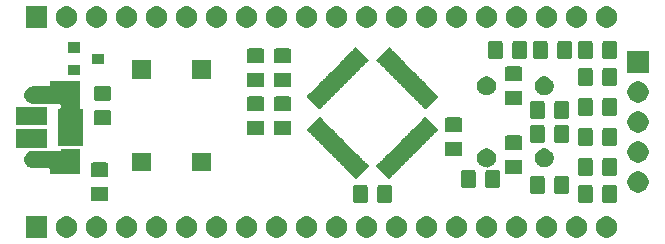
<source format=gbr>
G04 #@! TF.GenerationSoftware,KiCad,Pcbnew,(5.1.5)-3*
G04 #@! TF.CreationDate,2020-09-18T03:50:12-03:00*
G04 #@! TF.ProjectId,UFRGS PILL,55465247-5320-4504-994c-4c2e6b696361,0.1*
G04 #@! TF.SameCoordinates,Original*
G04 #@! TF.FileFunction,Soldermask,Top*
G04 #@! TF.FilePolarity,Negative*
%FSLAX46Y46*%
G04 Gerber Fmt 4.6, Leading zero omitted, Abs format (unit mm)*
G04 Created by KiCad (PCBNEW (5.1.5)-3) date 2020-09-18 03:50:12*
%MOMM*%
%LPD*%
G04 APERTURE LIST*
%ADD10C,0.100000*%
G04 APERTURE END LIST*
D10*
G36*
X106819000Y-57543000D02*
G01*
X105017000Y-57543000D01*
X105017000Y-55741000D01*
X106819000Y-55741000D01*
X106819000Y-57543000D01*
G37*
G36*
X131431512Y-55745927D02*
G01*
X131580812Y-55775624D01*
X131744784Y-55843544D01*
X131892354Y-55942147D01*
X132017853Y-56067646D01*
X132116456Y-56215216D01*
X132184376Y-56379188D01*
X132219000Y-56553259D01*
X132219000Y-56730741D01*
X132184376Y-56904812D01*
X132116456Y-57068784D01*
X132017853Y-57216354D01*
X131892354Y-57341853D01*
X131744784Y-57440456D01*
X131580812Y-57508376D01*
X131431512Y-57538073D01*
X131406742Y-57543000D01*
X131229258Y-57543000D01*
X131204488Y-57538073D01*
X131055188Y-57508376D01*
X130891216Y-57440456D01*
X130743646Y-57341853D01*
X130618147Y-57216354D01*
X130519544Y-57068784D01*
X130451624Y-56904812D01*
X130417000Y-56730741D01*
X130417000Y-56553259D01*
X130451624Y-56379188D01*
X130519544Y-56215216D01*
X130618147Y-56067646D01*
X130743646Y-55942147D01*
X130891216Y-55843544D01*
X131055188Y-55775624D01*
X131204488Y-55745927D01*
X131229258Y-55741000D01*
X131406742Y-55741000D01*
X131431512Y-55745927D01*
G37*
G36*
X154291512Y-55745927D02*
G01*
X154440812Y-55775624D01*
X154604784Y-55843544D01*
X154752354Y-55942147D01*
X154877853Y-56067646D01*
X154976456Y-56215216D01*
X155044376Y-56379188D01*
X155079000Y-56553259D01*
X155079000Y-56730741D01*
X155044376Y-56904812D01*
X154976456Y-57068784D01*
X154877853Y-57216354D01*
X154752354Y-57341853D01*
X154604784Y-57440456D01*
X154440812Y-57508376D01*
X154291512Y-57538073D01*
X154266742Y-57543000D01*
X154089258Y-57543000D01*
X154064488Y-57538073D01*
X153915188Y-57508376D01*
X153751216Y-57440456D01*
X153603646Y-57341853D01*
X153478147Y-57216354D01*
X153379544Y-57068784D01*
X153311624Y-56904812D01*
X153277000Y-56730741D01*
X153277000Y-56553259D01*
X153311624Y-56379188D01*
X153379544Y-56215216D01*
X153478147Y-56067646D01*
X153603646Y-55942147D01*
X153751216Y-55843544D01*
X153915188Y-55775624D01*
X154064488Y-55745927D01*
X154089258Y-55741000D01*
X154266742Y-55741000D01*
X154291512Y-55745927D01*
G37*
G36*
X149211512Y-55745927D02*
G01*
X149360812Y-55775624D01*
X149524784Y-55843544D01*
X149672354Y-55942147D01*
X149797853Y-56067646D01*
X149896456Y-56215216D01*
X149964376Y-56379188D01*
X149999000Y-56553259D01*
X149999000Y-56730741D01*
X149964376Y-56904812D01*
X149896456Y-57068784D01*
X149797853Y-57216354D01*
X149672354Y-57341853D01*
X149524784Y-57440456D01*
X149360812Y-57508376D01*
X149211512Y-57538073D01*
X149186742Y-57543000D01*
X149009258Y-57543000D01*
X148984488Y-57538073D01*
X148835188Y-57508376D01*
X148671216Y-57440456D01*
X148523646Y-57341853D01*
X148398147Y-57216354D01*
X148299544Y-57068784D01*
X148231624Y-56904812D01*
X148197000Y-56730741D01*
X148197000Y-56553259D01*
X148231624Y-56379188D01*
X148299544Y-56215216D01*
X148398147Y-56067646D01*
X148523646Y-55942147D01*
X148671216Y-55843544D01*
X148835188Y-55775624D01*
X148984488Y-55745927D01*
X149009258Y-55741000D01*
X149186742Y-55741000D01*
X149211512Y-55745927D01*
G37*
G36*
X146671512Y-55745927D02*
G01*
X146820812Y-55775624D01*
X146984784Y-55843544D01*
X147132354Y-55942147D01*
X147257853Y-56067646D01*
X147356456Y-56215216D01*
X147424376Y-56379188D01*
X147459000Y-56553259D01*
X147459000Y-56730741D01*
X147424376Y-56904812D01*
X147356456Y-57068784D01*
X147257853Y-57216354D01*
X147132354Y-57341853D01*
X146984784Y-57440456D01*
X146820812Y-57508376D01*
X146671512Y-57538073D01*
X146646742Y-57543000D01*
X146469258Y-57543000D01*
X146444488Y-57538073D01*
X146295188Y-57508376D01*
X146131216Y-57440456D01*
X145983646Y-57341853D01*
X145858147Y-57216354D01*
X145759544Y-57068784D01*
X145691624Y-56904812D01*
X145657000Y-56730741D01*
X145657000Y-56553259D01*
X145691624Y-56379188D01*
X145759544Y-56215216D01*
X145858147Y-56067646D01*
X145983646Y-55942147D01*
X146131216Y-55843544D01*
X146295188Y-55775624D01*
X146444488Y-55745927D01*
X146469258Y-55741000D01*
X146646742Y-55741000D01*
X146671512Y-55745927D01*
G37*
G36*
X144131512Y-55745927D02*
G01*
X144280812Y-55775624D01*
X144444784Y-55843544D01*
X144592354Y-55942147D01*
X144717853Y-56067646D01*
X144816456Y-56215216D01*
X144884376Y-56379188D01*
X144919000Y-56553259D01*
X144919000Y-56730741D01*
X144884376Y-56904812D01*
X144816456Y-57068784D01*
X144717853Y-57216354D01*
X144592354Y-57341853D01*
X144444784Y-57440456D01*
X144280812Y-57508376D01*
X144131512Y-57538073D01*
X144106742Y-57543000D01*
X143929258Y-57543000D01*
X143904488Y-57538073D01*
X143755188Y-57508376D01*
X143591216Y-57440456D01*
X143443646Y-57341853D01*
X143318147Y-57216354D01*
X143219544Y-57068784D01*
X143151624Y-56904812D01*
X143117000Y-56730741D01*
X143117000Y-56553259D01*
X143151624Y-56379188D01*
X143219544Y-56215216D01*
X143318147Y-56067646D01*
X143443646Y-55942147D01*
X143591216Y-55843544D01*
X143755188Y-55775624D01*
X143904488Y-55745927D01*
X143929258Y-55741000D01*
X144106742Y-55741000D01*
X144131512Y-55745927D01*
G37*
G36*
X141591512Y-55745927D02*
G01*
X141740812Y-55775624D01*
X141904784Y-55843544D01*
X142052354Y-55942147D01*
X142177853Y-56067646D01*
X142276456Y-56215216D01*
X142344376Y-56379188D01*
X142379000Y-56553259D01*
X142379000Y-56730741D01*
X142344376Y-56904812D01*
X142276456Y-57068784D01*
X142177853Y-57216354D01*
X142052354Y-57341853D01*
X141904784Y-57440456D01*
X141740812Y-57508376D01*
X141591512Y-57538073D01*
X141566742Y-57543000D01*
X141389258Y-57543000D01*
X141364488Y-57538073D01*
X141215188Y-57508376D01*
X141051216Y-57440456D01*
X140903646Y-57341853D01*
X140778147Y-57216354D01*
X140679544Y-57068784D01*
X140611624Y-56904812D01*
X140577000Y-56730741D01*
X140577000Y-56553259D01*
X140611624Y-56379188D01*
X140679544Y-56215216D01*
X140778147Y-56067646D01*
X140903646Y-55942147D01*
X141051216Y-55843544D01*
X141215188Y-55775624D01*
X141364488Y-55745927D01*
X141389258Y-55741000D01*
X141566742Y-55741000D01*
X141591512Y-55745927D01*
G37*
G36*
X139051512Y-55745927D02*
G01*
X139200812Y-55775624D01*
X139364784Y-55843544D01*
X139512354Y-55942147D01*
X139637853Y-56067646D01*
X139736456Y-56215216D01*
X139804376Y-56379188D01*
X139839000Y-56553259D01*
X139839000Y-56730741D01*
X139804376Y-56904812D01*
X139736456Y-57068784D01*
X139637853Y-57216354D01*
X139512354Y-57341853D01*
X139364784Y-57440456D01*
X139200812Y-57508376D01*
X139051512Y-57538073D01*
X139026742Y-57543000D01*
X138849258Y-57543000D01*
X138824488Y-57538073D01*
X138675188Y-57508376D01*
X138511216Y-57440456D01*
X138363646Y-57341853D01*
X138238147Y-57216354D01*
X138139544Y-57068784D01*
X138071624Y-56904812D01*
X138037000Y-56730741D01*
X138037000Y-56553259D01*
X138071624Y-56379188D01*
X138139544Y-56215216D01*
X138238147Y-56067646D01*
X138363646Y-55942147D01*
X138511216Y-55843544D01*
X138675188Y-55775624D01*
X138824488Y-55745927D01*
X138849258Y-55741000D01*
X139026742Y-55741000D01*
X139051512Y-55745927D01*
G37*
G36*
X136511512Y-55745927D02*
G01*
X136660812Y-55775624D01*
X136824784Y-55843544D01*
X136972354Y-55942147D01*
X137097853Y-56067646D01*
X137196456Y-56215216D01*
X137264376Y-56379188D01*
X137299000Y-56553259D01*
X137299000Y-56730741D01*
X137264376Y-56904812D01*
X137196456Y-57068784D01*
X137097853Y-57216354D01*
X136972354Y-57341853D01*
X136824784Y-57440456D01*
X136660812Y-57508376D01*
X136511512Y-57538073D01*
X136486742Y-57543000D01*
X136309258Y-57543000D01*
X136284488Y-57538073D01*
X136135188Y-57508376D01*
X135971216Y-57440456D01*
X135823646Y-57341853D01*
X135698147Y-57216354D01*
X135599544Y-57068784D01*
X135531624Y-56904812D01*
X135497000Y-56730741D01*
X135497000Y-56553259D01*
X135531624Y-56379188D01*
X135599544Y-56215216D01*
X135698147Y-56067646D01*
X135823646Y-55942147D01*
X135971216Y-55843544D01*
X136135188Y-55775624D01*
X136284488Y-55745927D01*
X136309258Y-55741000D01*
X136486742Y-55741000D01*
X136511512Y-55745927D01*
G37*
G36*
X133971512Y-55745927D02*
G01*
X134120812Y-55775624D01*
X134284784Y-55843544D01*
X134432354Y-55942147D01*
X134557853Y-56067646D01*
X134656456Y-56215216D01*
X134724376Y-56379188D01*
X134759000Y-56553259D01*
X134759000Y-56730741D01*
X134724376Y-56904812D01*
X134656456Y-57068784D01*
X134557853Y-57216354D01*
X134432354Y-57341853D01*
X134284784Y-57440456D01*
X134120812Y-57508376D01*
X133971512Y-57538073D01*
X133946742Y-57543000D01*
X133769258Y-57543000D01*
X133744488Y-57538073D01*
X133595188Y-57508376D01*
X133431216Y-57440456D01*
X133283646Y-57341853D01*
X133158147Y-57216354D01*
X133059544Y-57068784D01*
X132991624Y-56904812D01*
X132957000Y-56730741D01*
X132957000Y-56553259D01*
X132991624Y-56379188D01*
X133059544Y-56215216D01*
X133158147Y-56067646D01*
X133283646Y-55942147D01*
X133431216Y-55843544D01*
X133595188Y-55775624D01*
X133744488Y-55745927D01*
X133769258Y-55741000D01*
X133946742Y-55741000D01*
X133971512Y-55745927D01*
G37*
G36*
X151751512Y-55745927D02*
G01*
X151900812Y-55775624D01*
X152064784Y-55843544D01*
X152212354Y-55942147D01*
X152337853Y-56067646D01*
X152436456Y-56215216D01*
X152504376Y-56379188D01*
X152539000Y-56553259D01*
X152539000Y-56730741D01*
X152504376Y-56904812D01*
X152436456Y-57068784D01*
X152337853Y-57216354D01*
X152212354Y-57341853D01*
X152064784Y-57440456D01*
X151900812Y-57508376D01*
X151751512Y-57538073D01*
X151726742Y-57543000D01*
X151549258Y-57543000D01*
X151524488Y-57538073D01*
X151375188Y-57508376D01*
X151211216Y-57440456D01*
X151063646Y-57341853D01*
X150938147Y-57216354D01*
X150839544Y-57068784D01*
X150771624Y-56904812D01*
X150737000Y-56730741D01*
X150737000Y-56553259D01*
X150771624Y-56379188D01*
X150839544Y-56215216D01*
X150938147Y-56067646D01*
X151063646Y-55942147D01*
X151211216Y-55843544D01*
X151375188Y-55775624D01*
X151524488Y-55745927D01*
X151549258Y-55741000D01*
X151726742Y-55741000D01*
X151751512Y-55745927D01*
G37*
G36*
X126351512Y-55745927D02*
G01*
X126500812Y-55775624D01*
X126664784Y-55843544D01*
X126812354Y-55942147D01*
X126937853Y-56067646D01*
X127036456Y-56215216D01*
X127104376Y-56379188D01*
X127139000Y-56553259D01*
X127139000Y-56730741D01*
X127104376Y-56904812D01*
X127036456Y-57068784D01*
X126937853Y-57216354D01*
X126812354Y-57341853D01*
X126664784Y-57440456D01*
X126500812Y-57508376D01*
X126351512Y-57538073D01*
X126326742Y-57543000D01*
X126149258Y-57543000D01*
X126124488Y-57538073D01*
X125975188Y-57508376D01*
X125811216Y-57440456D01*
X125663646Y-57341853D01*
X125538147Y-57216354D01*
X125439544Y-57068784D01*
X125371624Y-56904812D01*
X125337000Y-56730741D01*
X125337000Y-56553259D01*
X125371624Y-56379188D01*
X125439544Y-56215216D01*
X125538147Y-56067646D01*
X125663646Y-55942147D01*
X125811216Y-55843544D01*
X125975188Y-55775624D01*
X126124488Y-55745927D01*
X126149258Y-55741000D01*
X126326742Y-55741000D01*
X126351512Y-55745927D01*
G37*
G36*
X128891512Y-55745927D02*
G01*
X129040812Y-55775624D01*
X129204784Y-55843544D01*
X129352354Y-55942147D01*
X129477853Y-56067646D01*
X129576456Y-56215216D01*
X129644376Y-56379188D01*
X129679000Y-56553259D01*
X129679000Y-56730741D01*
X129644376Y-56904812D01*
X129576456Y-57068784D01*
X129477853Y-57216354D01*
X129352354Y-57341853D01*
X129204784Y-57440456D01*
X129040812Y-57508376D01*
X128891512Y-57538073D01*
X128866742Y-57543000D01*
X128689258Y-57543000D01*
X128664488Y-57538073D01*
X128515188Y-57508376D01*
X128351216Y-57440456D01*
X128203646Y-57341853D01*
X128078147Y-57216354D01*
X127979544Y-57068784D01*
X127911624Y-56904812D01*
X127877000Y-56730741D01*
X127877000Y-56553259D01*
X127911624Y-56379188D01*
X127979544Y-56215216D01*
X128078147Y-56067646D01*
X128203646Y-55942147D01*
X128351216Y-55843544D01*
X128515188Y-55775624D01*
X128664488Y-55745927D01*
X128689258Y-55741000D01*
X128866742Y-55741000D01*
X128891512Y-55745927D01*
G37*
G36*
X108571512Y-55745927D02*
G01*
X108720812Y-55775624D01*
X108884784Y-55843544D01*
X109032354Y-55942147D01*
X109157853Y-56067646D01*
X109256456Y-56215216D01*
X109324376Y-56379188D01*
X109359000Y-56553259D01*
X109359000Y-56730741D01*
X109324376Y-56904812D01*
X109256456Y-57068784D01*
X109157853Y-57216354D01*
X109032354Y-57341853D01*
X108884784Y-57440456D01*
X108720812Y-57508376D01*
X108571512Y-57538073D01*
X108546742Y-57543000D01*
X108369258Y-57543000D01*
X108344488Y-57538073D01*
X108195188Y-57508376D01*
X108031216Y-57440456D01*
X107883646Y-57341853D01*
X107758147Y-57216354D01*
X107659544Y-57068784D01*
X107591624Y-56904812D01*
X107557000Y-56730741D01*
X107557000Y-56553259D01*
X107591624Y-56379188D01*
X107659544Y-56215216D01*
X107758147Y-56067646D01*
X107883646Y-55942147D01*
X108031216Y-55843544D01*
X108195188Y-55775624D01*
X108344488Y-55745927D01*
X108369258Y-55741000D01*
X108546742Y-55741000D01*
X108571512Y-55745927D01*
G37*
G36*
X111111512Y-55745927D02*
G01*
X111260812Y-55775624D01*
X111424784Y-55843544D01*
X111572354Y-55942147D01*
X111697853Y-56067646D01*
X111796456Y-56215216D01*
X111864376Y-56379188D01*
X111899000Y-56553259D01*
X111899000Y-56730741D01*
X111864376Y-56904812D01*
X111796456Y-57068784D01*
X111697853Y-57216354D01*
X111572354Y-57341853D01*
X111424784Y-57440456D01*
X111260812Y-57508376D01*
X111111512Y-57538073D01*
X111086742Y-57543000D01*
X110909258Y-57543000D01*
X110884488Y-57538073D01*
X110735188Y-57508376D01*
X110571216Y-57440456D01*
X110423646Y-57341853D01*
X110298147Y-57216354D01*
X110199544Y-57068784D01*
X110131624Y-56904812D01*
X110097000Y-56730741D01*
X110097000Y-56553259D01*
X110131624Y-56379188D01*
X110199544Y-56215216D01*
X110298147Y-56067646D01*
X110423646Y-55942147D01*
X110571216Y-55843544D01*
X110735188Y-55775624D01*
X110884488Y-55745927D01*
X110909258Y-55741000D01*
X111086742Y-55741000D01*
X111111512Y-55745927D01*
G37*
G36*
X113651512Y-55745927D02*
G01*
X113800812Y-55775624D01*
X113964784Y-55843544D01*
X114112354Y-55942147D01*
X114237853Y-56067646D01*
X114336456Y-56215216D01*
X114404376Y-56379188D01*
X114439000Y-56553259D01*
X114439000Y-56730741D01*
X114404376Y-56904812D01*
X114336456Y-57068784D01*
X114237853Y-57216354D01*
X114112354Y-57341853D01*
X113964784Y-57440456D01*
X113800812Y-57508376D01*
X113651512Y-57538073D01*
X113626742Y-57543000D01*
X113449258Y-57543000D01*
X113424488Y-57538073D01*
X113275188Y-57508376D01*
X113111216Y-57440456D01*
X112963646Y-57341853D01*
X112838147Y-57216354D01*
X112739544Y-57068784D01*
X112671624Y-56904812D01*
X112637000Y-56730741D01*
X112637000Y-56553259D01*
X112671624Y-56379188D01*
X112739544Y-56215216D01*
X112838147Y-56067646D01*
X112963646Y-55942147D01*
X113111216Y-55843544D01*
X113275188Y-55775624D01*
X113424488Y-55745927D01*
X113449258Y-55741000D01*
X113626742Y-55741000D01*
X113651512Y-55745927D01*
G37*
G36*
X118731512Y-55745927D02*
G01*
X118880812Y-55775624D01*
X119044784Y-55843544D01*
X119192354Y-55942147D01*
X119317853Y-56067646D01*
X119416456Y-56215216D01*
X119484376Y-56379188D01*
X119519000Y-56553259D01*
X119519000Y-56730741D01*
X119484376Y-56904812D01*
X119416456Y-57068784D01*
X119317853Y-57216354D01*
X119192354Y-57341853D01*
X119044784Y-57440456D01*
X118880812Y-57508376D01*
X118731512Y-57538073D01*
X118706742Y-57543000D01*
X118529258Y-57543000D01*
X118504488Y-57538073D01*
X118355188Y-57508376D01*
X118191216Y-57440456D01*
X118043646Y-57341853D01*
X117918147Y-57216354D01*
X117819544Y-57068784D01*
X117751624Y-56904812D01*
X117717000Y-56730741D01*
X117717000Y-56553259D01*
X117751624Y-56379188D01*
X117819544Y-56215216D01*
X117918147Y-56067646D01*
X118043646Y-55942147D01*
X118191216Y-55843544D01*
X118355188Y-55775624D01*
X118504488Y-55745927D01*
X118529258Y-55741000D01*
X118706742Y-55741000D01*
X118731512Y-55745927D01*
G37*
G36*
X121271512Y-55745927D02*
G01*
X121420812Y-55775624D01*
X121584784Y-55843544D01*
X121732354Y-55942147D01*
X121857853Y-56067646D01*
X121956456Y-56215216D01*
X122024376Y-56379188D01*
X122059000Y-56553259D01*
X122059000Y-56730741D01*
X122024376Y-56904812D01*
X121956456Y-57068784D01*
X121857853Y-57216354D01*
X121732354Y-57341853D01*
X121584784Y-57440456D01*
X121420812Y-57508376D01*
X121271512Y-57538073D01*
X121246742Y-57543000D01*
X121069258Y-57543000D01*
X121044488Y-57538073D01*
X120895188Y-57508376D01*
X120731216Y-57440456D01*
X120583646Y-57341853D01*
X120458147Y-57216354D01*
X120359544Y-57068784D01*
X120291624Y-56904812D01*
X120257000Y-56730741D01*
X120257000Y-56553259D01*
X120291624Y-56379188D01*
X120359544Y-56215216D01*
X120458147Y-56067646D01*
X120583646Y-55942147D01*
X120731216Y-55843544D01*
X120895188Y-55775624D01*
X121044488Y-55745927D01*
X121069258Y-55741000D01*
X121246742Y-55741000D01*
X121271512Y-55745927D01*
G37*
G36*
X123811512Y-55745927D02*
G01*
X123960812Y-55775624D01*
X124124784Y-55843544D01*
X124272354Y-55942147D01*
X124397853Y-56067646D01*
X124496456Y-56215216D01*
X124564376Y-56379188D01*
X124599000Y-56553259D01*
X124599000Y-56730741D01*
X124564376Y-56904812D01*
X124496456Y-57068784D01*
X124397853Y-57216354D01*
X124272354Y-57341853D01*
X124124784Y-57440456D01*
X123960812Y-57508376D01*
X123811512Y-57538073D01*
X123786742Y-57543000D01*
X123609258Y-57543000D01*
X123584488Y-57538073D01*
X123435188Y-57508376D01*
X123271216Y-57440456D01*
X123123646Y-57341853D01*
X122998147Y-57216354D01*
X122899544Y-57068784D01*
X122831624Y-56904812D01*
X122797000Y-56730741D01*
X122797000Y-56553259D01*
X122831624Y-56379188D01*
X122899544Y-56215216D01*
X122998147Y-56067646D01*
X123123646Y-55942147D01*
X123271216Y-55843544D01*
X123435188Y-55775624D01*
X123584488Y-55745927D01*
X123609258Y-55741000D01*
X123786742Y-55741000D01*
X123811512Y-55745927D01*
G37*
G36*
X116191512Y-55745927D02*
G01*
X116340812Y-55775624D01*
X116504784Y-55843544D01*
X116652354Y-55942147D01*
X116777853Y-56067646D01*
X116876456Y-56215216D01*
X116944376Y-56379188D01*
X116979000Y-56553259D01*
X116979000Y-56730741D01*
X116944376Y-56904812D01*
X116876456Y-57068784D01*
X116777853Y-57216354D01*
X116652354Y-57341853D01*
X116504784Y-57440456D01*
X116340812Y-57508376D01*
X116191512Y-57538073D01*
X116166742Y-57543000D01*
X115989258Y-57543000D01*
X115964488Y-57538073D01*
X115815188Y-57508376D01*
X115651216Y-57440456D01*
X115503646Y-57341853D01*
X115378147Y-57216354D01*
X115279544Y-57068784D01*
X115211624Y-56904812D01*
X115177000Y-56730741D01*
X115177000Y-56553259D01*
X115211624Y-56379188D01*
X115279544Y-56215216D01*
X115378147Y-56067646D01*
X115503646Y-55942147D01*
X115651216Y-55843544D01*
X115815188Y-55775624D01*
X115964488Y-55745927D01*
X115989258Y-55741000D01*
X116166742Y-55741000D01*
X116191512Y-55745927D01*
G37*
G36*
X152854674Y-53101465D02*
G01*
X152892367Y-53112899D01*
X152927103Y-53131466D01*
X152957548Y-53156452D01*
X152982534Y-53186897D01*
X153001101Y-53221633D01*
X153012535Y-53259326D01*
X153017000Y-53304661D01*
X153017000Y-54391339D01*
X153012535Y-54436674D01*
X153001101Y-54474367D01*
X152982534Y-54509103D01*
X152957548Y-54539548D01*
X152927103Y-54564534D01*
X152892367Y-54583101D01*
X152854674Y-54594535D01*
X152809339Y-54599000D01*
X151972661Y-54599000D01*
X151927326Y-54594535D01*
X151889633Y-54583101D01*
X151854897Y-54564534D01*
X151824452Y-54539548D01*
X151799466Y-54509103D01*
X151780899Y-54474367D01*
X151769465Y-54436674D01*
X151765000Y-54391339D01*
X151765000Y-53304661D01*
X151769465Y-53259326D01*
X151780899Y-53221633D01*
X151799466Y-53186897D01*
X151824452Y-53156452D01*
X151854897Y-53131466D01*
X151889633Y-53112899D01*
X151927326Y-53101465D01*
X151972661Y-53097000D01*
X152809339Y-53097000D01*
X152854674Y-53101465D01*
G37*
G36*
X135854674Y-53101465D02*
G01*
X135892367Y-53112899D01*
X135927103Y-53131466D01*
X135957548Y-53156452D01*
X135982534Y-53186897D01*
X136001101Y-53221633D01*
X136012535Y-53259326D01*
X136017000Y-53304661D01*
X136017000Y-54391339D01*
X136012535Y-54436674D01*
X136001101Y-54474367D01*
X135982534Y-54509103D01*
X135957548Y-54539548D01*
X135927103Y-54564534D01*
X135892367Y-54583101D01*
X135854674Y-54594535D01*
X135809339Y-54599000D01*
X134972661Y-54599000D01*
X134927326Y-54594535D01*
X134889633Y-54583101D01*
X134854897Y-54564534D01*
X134824452Y-54539548D01*
X134799466Y-54509103D01*
X134780899Y-54474367D01*
X134769465Y-54436674D01*
X134765000Y-54391339D01*
X134765000Y-53304661D01*
X134769465Y-53259326D01*
X134780899Y-53221633D01*
X134799466Y-53186897D01*
X134824452Y-53156452D01*
X134854897Y-53131466D01*
X134889633Y-53112899D01*
X134927326Y-53101465D01*
X134972661Y-53097000D01*
X135809339Y-53097000D01*
X135854674Y-53101465D01*
G37*
G36*
X133804674Y-53101465D02*
G01*
X133842367Y-53112899D01*
X133877103Y-53131466D01*
X133907548Y-53156452D01*
X133932534Y-53186897D01*
X133951101Y-53221633D01*
X133962535Y-53259326D01*
X133967000Y-53304661D01*
X133967000Y-54391339D01*
X133962535Y-54436674D01*
X133951101Y-54474367D01*
X133932534Y-54509103D01*
X133907548Y-54539548D01*
X133877103Y-54564534D01*
X133842367Y-54583101D01*
X133804674Y-54594535D01*
X133759339Y-54599000D01*
X132922661Y-54599000D01*
X132877326Y-54594535D01*
X132839633Y-54583101D01*
X132804897Y-54564534D01*
X132774452Y-54539548D01*
X132749466Y-54509103D01*
X132730899Y-54474367D01*
X132719465Y-54436674D01*
X132715000Y-54391339D01*
X132715000Y-53304661D01*
X132719465Y-53259326D01*
X132730899Y-53221633D01*
X132749466Y-53186897D01*
X132774452Y-53156452D01*
X132804897Y-53131466D01*
X132839633Y-53112899D01*
X132877326Y-53101465D01*
X132922661Y-53097000D01*
X133759339Y-53097000D01*
X133804674Y-53101465D01*
G37*
G36*
X154904674Y-53101465D02*
G01*
X154942367Y-53112899D01*
X154977103Y-53131466D01*
X155007548Y-53156452D01*
X155032534Y-53186897D01*
X155051101Y-53221633D01*
X155062535Y-53259326D01*
X155067000Y-53304661D01*
X155067000Y-54391339D01*
X155062535Y-54436674D01*
X155051101Y-54474367D01*
X155032534Y-54509103D01*
X155007548Y-54539548D01*
X154977103Y-54564534D01*
X154942367Y-54583101D01*
X154904674Y-54594535D01*
X154859339Y-54599000D01*
X154022661Y-54599000D01*
X153977326Y-54594535D01*
X153939633Y-54583101D01*
X153904897Y-54564534D01*
X153874452Y-54539548D01*
X153849466Y-54509103D01*
X153830899Y-54474367D01*
X153819465Y-54436674D01*
X153815000Y-54391339D01*
X153815000Y-53304661D01*
X153819465Y-53259326D01*
X153830899Y-53221633D01*
X153849466Y-53186897D01*
X153874452Y-53156452D01*
X153904897Y-53131466D01*
X153939633Y-53112899D01*
X153977326Y-53101465D01*
X154022661Y-53097000D01*
X154859339Y-53097000D01*
X154904674Y-53101465D01*
G37*
G36*
X111840674Y-53235465D02*
G01*
X111878367Y-53246899D01*
X111913103Y-53265466D01*
X111943548Y-53290452D01*
X111968534Y-53320897D01*
X111987101Y-53355633D01*
X111998535Y-53393326D01*
X112003000Y-53438661D01*
X112003000Y-54275339D01*
X111998535Y-54320674D01*
X111987101Y-54358367D01*
X111968534Y-54393103D01*
X111943548Y-54423548D01*
X111913103Y-54448534D01*
X111878367Y-54467101D01*
X111840674Y-54478535D01*
X111795339Y-54483000D01*
X110708661Y-54483000D01*
X110663326Y-54478535D01*
X110625633Y-54467101D01*
X110590897Y-54448534D01*
X110560452Y-54423548D01*
X110535466Y-54393103D01*
X110516899Y-54358367D01*
X110505465Y-54320674D01*
X110501000Y-54275339D01*
X110501000Y-53438661D01*
X110505465Y-53393326D01*
X110516899Y-53355633D01*
X110535466Y-53320897D01*
X110560452Y-53290452D01*
X110590897Y-53265466D01*
X110625633Y-53246899D01*
X110663326Y-53235465D01*
X110708661Y-53231000D01*
X111795339Y-53231000D01*
X111840674Y-53235465D01*
G37*
G36*
X148790674Y-52339465D02*
G01*
X148828367Y-52350899D01*
X148863103Y-52369466D01*
X148893548Y-52394452D01*
X148918534Y-52424897D01*
X148937101Y-52459633D01*
X148948535Y-52497326D01*
X148953000Y-52542661D01*
X148953000Y-53629339D01*
X148948535Y-53674674D01*
X148937101Y-53712367D01*
X148918534Y-53747103D01*
X148893548Y-53777548D01*
X148863103Y-53802534D01*
X148828367Y-53821101D01*
X148790674Y-53832535D01*
X148745339Y-53837000D01*
X147908661Y-53837000D01*
X147863326Y-53832535D01*
X147825633Y-53821101D01*
X147790897Y-53802534D01*
X147760452Y-53777548D01*
X147735466Y-53747103D01*
X147716899Y-53712367D01*
X147705465Y-53674674D01*
X147701000Y-53629339D01*
X147701000Y-52542661D01*
X147705465Y-52497326D01*
X147716899Y-52459633D01*
X147735466Y-52424897D01*
X147760452Y-52394452D01*
X147790897Y-52369466D01*
X147825633Y-52350899D01*
X147863326Y-52339465D01*
X147908661Y-52335000D01*
X148745339Y-52335000D01*
X148790674Y-52339465D01*
G37*
G36*
X150840674Y-52339465D02*
G01*
X150878367Y-52350899D01*
X150913103Y-52369466D01*
X150943548Y-52394452D01*
X150968534Y-52424897D01*
X150987101Y-52459633D01*
X150998535Y-52497326D01*
X151003000Y-52542661D01*
X151003000Y-53629339D01*
X150998535Y-53674674D01*
X150987101Y-53712367D01*
X150968534Y-53747103D01*
X150943548Y-53777548D01*
X150913103Y-53802534D01*
X150878367Y-53821101D01*
X150840674Y-53832535D01*
X150795339Y-53837000D01*
X149958661Y-53837000D01*
X149913326Y-53832535D01*
X149875633Y-53821101D01*
X149840897Y-53802534D01*
X149810452Y-53777548D01*
X149785466Y-53747103D01*
X149766899Y-53712367D01*
X149755465Y-53674674D01*
X149751000Y-53629339D01*
X149751000Y-52542661D01*
X149755465Y-52497326D01*
X149766899Y-52459633D01*
X149785466Y-52424897D01*
X149810452Y-52394452D01*
X149840897Y-52369466D01*
X149875633Y-52350899D01*
X149913326Y-52339465D01*
X149958661Y-52335000D01*
X150795339Y-52335000D01*
X150840674Y-52339465D01*
G37*
G36*
X156958512Y-51935927D02*
G01*
X157107812Y-51965624D01*
X157271784Y-52033544D01*
X157419354Y-52132147D01*
X157544853Y-52257646D01*
X157643456Y-52405216D01*
X157711376Y-52569188D01*
X157746000Y-52743259D01*
X157746000Y-52920741D01*
X157711376Y-53094812D01*
X157643456Y-53258784D01*
X157544853Y-53406354D01*
X157419354Y-53531853D01*
X157271784Y-53630456D01*
X157107812Y-53698376D01*
X156958512Y-53728073D01*
X156933742Y-53733000D01*
X156756258Y-53733000D01*
X156731488Y-53728073D01*
X156582188Y-53698376D01*
X156418216Y-53630456D01*
X156270646Y-53531853D01*
X156145147Y-53406354D01*
X156046544Y-53258784D01*
X155978624Y-53094812D01*
X155944000Y-52920741D01*
X155944000Y-52743259D01*
X155978624Y-52569188D01*
X156046544Y-52405216D01*
X156145147Y-52257646D01*
X156270646Y-52132147D01*
X156418216Y-52033544D01*
X156582188Y-51965624D01*
X156731488Y-51935927D01*
X156756258Y-51931000D01*
X156933742Y-51931000D01*
X156958512Y-51935927D01*
G37*
G36*
X142948674Y-51831465D02*
G01*
X142986367Y-51842899D01*
X143021103Y-51861466D01*
X143051548Y-51886452D01*
X143076534Y-51916897D01*
X143095101Y-51951633D01*
X143106535Y-51989326D01*
X143111000Y-52034661D01*
X143111000Y-53121339D01*
X143106535Y-53166674D01*
X143095101Y-53204367D01*
X143076534Y-53239103D01*
X143051548Y-53269548D01*
X143021103Y-53294534D01*
X142986367Y-53313101D01*
X142948674Y-53324535D01*
X142903339Y-53329000D01*
X142066661Y-53329000D01*
X142021326Y-53324535D01*
X141983633Y-53313101D01*
X141948897Y-53294534D01*
X141918452Y-53269548D01*
X141893466Y-53239103D01*
X141874899Y-53204367D01*
X141863465Y-53166674D01*
X141859000Y-53121339D01*
X141859000Y-52034661D01*
X141863465Y-51989326D01*
X141874899Y-51951633D01*
X141893466Y-51916897D01*
X141918452Y-51886452D01*
X141948897Y-51861466D01*
X141983633Y-51842899D01*
X142021326Y-51831465D01*
X142066661Y-51827000D01*
X142903339Y-51827000D01*
X142948674Y-51831465D01*
G37*
G36*
X144114367Y-51749836D02*
G01*
X144125918Y-51771446D01*
X144141463Y-51790388D01*
X144160405Y-51805934D01*
X144182015Y-51817485D01*
X144205464Y-51824598D01*
X144229851Y-51827000D01*
X144953339Y-51827000D01*
X144998674Y-51831465D01*
X145036367Y-51842899D01*
X145071103Y-51861466D01*
X145101548Y-51886452D01*
X145126534Y-51916897D01*
X145145101Y-51951633D01*
X145156535Y-51989326D01*
X145161000Y-52034661D01*
X145161000Y-53121339D01*
X145156535Y-53166674D01*
X145145101Y-53204367D01*
X145126534Y-53239103D01*
X145101548Y-53269548D01*
X145071103Y-53294534D01*
X145036367Y-53313101D01*
X144998674Y-53324535D01*
X144953339Y-53329000D01*
X144116661Y-53329000D01*
X144071326Y-53324535D01*
X144033633Y-53313101D01*
X143998897Y-53294534D01*
X143968452Y-53269548D01*
X143943466Y-53239103D01*
X143924899Y-53204367D01*
X143913465Y-53166674D01*
X143909000Y-53121339D01*
X143909000Y-52034661D01*
X143913465Y-51989326D01*
X143924899Y-51951633D01*
X143943466Y-51916897D01*
X143968452Y-51886452D01*
X143998897Y-51861466D01*
X144041893Y-51838484D01*
X144047318Y-51836237D01*
X144067692Y-51822623D01*
X144085019Y-51805296D01*
X144098632Y-51784921D01*
X144108009Y-51762283D01*
X144112022Y-51742105D01*
X144114367Y-51749836D01*
G37*
G36*
X129900844Y-47306169D02*
G01*
X129907859Y-47308297D01*
X129914325Y-47311754D01*
X129924759Y-47320316D01*
X130146596Y-47542153D01*
X130155158Y-47552587D01*
X130158615Y-47559054D01*
X130163146Y-47573990D01*
X130172523Y-47596629D01*
X130186137Y-47617003D01*
X130203464Y-47634330D01*
X130223839Y-47647944D01*
X130246476Y-47657320D01*
X130261412Y-47661851D01*
X130267879Y-47665308D01*
X130278313Y-47673870D01*
X130500150Y-47895707D01*
X130508712Y-47906141D01*
X130512169Y-47912607D01*
X130516700Y-47927544D01*
X130526078Y-47950183D01*
X130539692Y-47970557D01*
X130557019Y-47987884D01*
X130577394Y-48001497D01*
X130600029Y-48010873D01*
X130614966Y-48015404D01*
X130621432Y-48018861D01*
X130631866Y-48027423D01*
X130853703Y-48249260D01*
X130862265Y-48259694D01*
X130865722Y-48266161D01*
X130870253Y-48281097D01*
X130879630Y-48303736D01*
X130893244Y-48324110D01*
X130910571Y-48341437D01*
X130930946Y-48355051D01*
X130953583Y-48364427D01*
X130968519Y-48368958D01*
X130974986Y-48372415D01*
X130985420Y-48380977D01*
X131207257Y-48602814D01*
X131215819Y-48613248D01*
X131219276Y-48619714D01*
X131223807Y-48634651D01*
X131233185Y-48657290D01*
X131246799Y-48677664D01*
X131264126Y-48694991D01*
X131284501Y-48708604D01*
X131307136Y-48717980D01*
X131322073Y-48722511D01*
X131328539Y-48725968D01*
X131338973Y-48734530D01*
X131560810Y-48956367D01*
X131569372Y-48966801D01*
X131572829Y-48973267D01*
X131577360Y-48988204D01*
X131586738Y-49010843D01*
X131600352Y-49031217D01*
X131617679Y-49048544D01*
X131638054Y-49062157D01*
X131660689Y-49071533D01*
X131675626Y-49076064D01*
X131682092Y-49079521D01*
X131692526Y-49088083D01*
X131914363Y-49309920D01*
X131922925Y-49320354D01*
X131926382Y-49326821D01*
X131930913Y-49341757D01*
X131940290Y-49364396D01*
X131953904Y-49384770D01*
X131971231Y-49402097D01*
X131991606Y-49415711D01*
X132014243Y-49425087D01*
X132029179Y-49429618D01*
X132035646Y-49433075D01*
X132046080Y-49441637D01*
X132267917Y-49663474D01*
X132276479Y-49673908D01*
X132279936Y-49680374D01*
X132284467Y-49695311D01*
X132293845Y-49717950D01*
X132307459Y-49738324D01*
X132324786Y-49755651D01*
X132345161Y-49769264D01*
X132367796Y-49778640D01*
X132382733Y-49783171D01*
X132389199Y-49786628D01*
X132399633Y-49795190D01*
X132621470Y-50017027D01*
X132630032Y-50027461D01*
X132633489Y-50033927D01*
X132638020Y-50048864D01*
X132647398Y-50071503D01*
X132661012Y-50091877D01*
X132678339Y-50109204D01*
X132698714Y-50122817D01*
X132721349Y-50132193D01*
X132736286Y-50136724D01*
X132742752Y-50140181D01*
X132753186Y-50148743D01*
X132975023Y-50370580D01*
X132983585Y-50381014D01*
X132987042Y-50387481D01*
X132991573Y-50402417D01*
X133000950Y-50425056D01*
X133014564Y-50445430D01*
X133031891Y-50462757D01*
X133052266Y-50476371D01*
X133074903Y-50485747D01*
X133089839Y-50490278D01*
X133096306Y-50493735D01*
X133106740Y-50502297D01*
X133328577Y-50724134D01*
X133337139Y-50734568D01*
X133340596Y-50741034D01*
X133345127Y-50755971D01*
X133354505Y-50778610D01*
X133368119Y-50798984D01*
X133385446Y-50816311D01*
X133405821Y-50829924D01*
X133428456Y-50839300D01*
X133443393Y-50843831D01*
X133449859Y-50847288D01*
X133460293Y-50855850D01*
X133682130Y-51077687D01*
X133690692Y-51088121D01*
X133694149Y-51094588D01*
X133698680Y-51109524D01*
X133708057Y-51132163D01*
X133721671Y-51152537D01*
X133738998Y-51169864D01*
X133759373Y-51183478D01*
X133782010Y-51192854D01*
X133796946Y-51197385D01*
X133803413Y-51200842D01*
X133813847Y-51209404D01*
X134035684Y-51431241D01*
X134044246Y-51441675D01*
X134047703Y-51448141D01*
X134049831Y-51455156D01*
X134050549Y-51462451D01*
X134049831Y-51469746D01*
X134047703Y-51476761D01*
X134044246Y-51483227D01*
X134035684Y-51493661D01*
X132982997Y-52546348D01*
X132972563Y-52554910D01*
X132966097Y-52558367D01*
X132959082Y-52560495D01*
X132951787Y-52561213D01*
X132944492Y-52560495D01*
X132937477Y-52558367D01*
X132931011Y-52554910D01*
X132920577Y-52546348D01*
X132698740Y-52324511D01*
X132690178Y-52314077D01*
X132686721Y-52307610D01*
X132682190Y-52292674D01*
X132672813Y-52270035D01*
X132659199Y-52249661D01*
X132641872Y-52232334D01*
X132621497Y-52218720D01*
X132598860Y-52209344D01*
X132583924Y-52204813D01*
X132577457Y-52201356D01*
X132567023Y-52192794D01*
X132345186Y-51970957D01*
X132336624Y-51960523D01*
X132333167Y-51954057D01*
X132328636Y-51939120D01*
X132319258Y-51916481D01*
X132305644Y-51896107D01*
X132288317Y-51878780D01*
X132267942Y-51865167D01*
X132245307Y-51855791D01*
X132230370Y-51851260D01*
X132223904Y-51847803D01*
X132213470Y-51839241D01*
X131991633Y-51617404D01*
X131983071Y-51606970D01*
X131979614Y-51600503D01*
X131975083Y-51585567D01*
X131965706Y-51562928D01*
X131952092Y-51542554D01*
X131934765Y-51525227D01*
X131914390Y-51511613D01*
X131891753Y-51502237D01*
X131876817Y-51497706D01*
X131870350Y-51494249D01*
X131859916Y-51485687D01*
X131638079Y-51263850D01*
X131629517Y-51253416D01*
X131626060Y-51246950D01*
X131621529Y-51232013D01*
X131612151Y-51209374D01*
X131598537Y-51189000D01*
X131581210Y-51171673D01*
X131560835Y-51158060D01*
X131538200Y-51148684D01*
X131523263Y-51144153D01*
X131516797Y-51140696D01*
X131506363Y-51132134D01*
X131284526Y-50910297D01*
X131275964Y-50899863D01*
X131272507Y-50893397D01*
X131267976Y-50878460D01*
X131258598Y-50855821D01*
X131244984Y-50835447D01*
X131227657Y-50818120D01*
X131207282Y-50804507D01*
X131184647Y-50795131D01*
X131169710Y-50790600D01*
X131163244Y-50787143D01*
X131152810Y-50778581D01*
X130930973Y-50556744D01*
X130922411Y-50546310D01*
X130918954Y-50539843D01*
X130914423Y-50524907D01*
X130905046Y-50502268D01*
X130891432Y-50481894D01*
X130874105Y-50464567D01*
X130853730Y-50450953D01*
X130831093Y-50441577D01*
X130816157Y-50437046D01*
X130809690Y-50433589D01*
X130799256Y-50425027D01*
X130577419Y-50203190D01*
X130568857Y-50192756D01*
X130565400Y-50186290D01*
X130560869Y-50171353D01*
X130551491Y-50148714D01*
X130537877Y-50128340D01*
X130520550Y-50111013D01*
X130500175Y-50097400D01*
X130477540Y-50088024D01*
X130462603Y-50083493D01*
X130456137Y-50080036D01*
X130445703Y-50071474D01*
X130223866Y-49849637D01*
X130215304Y-49839203D01*
X130211847Y-49832737D01*
X130207316Y-49817800D01*
X130197938Y-49795161D01*
X130184324Y-49774787D01*
X130166997Y-49757460D01*
X130146622Y-49743847D01*
X130123987Y-49734471D01*
X130109050Y-49729940D01*
X130102584Y-49726483D01*
X130092150Y-49717921D01*
X129870313Y-49496084D01*
X129861751Y-49485650D01*
X129858294Y-49479183D01*
X129853763Y-49464247D01*
X129844386Y-49441608D01*
X129830772Y-49421234D01*
X129813445Y-49403907D01*
X129793070Y-49390293D01*
X129770433Y-49380917D01*
X129755497Y-49376386D01*
X129749030Y-49372929D01*
X129738596Y-49364367D01*
X129516759Y-49142530D01*
X129508197Y-49132096D01*
X129504740Y-49125630D01*
X129500209Y-49110693D01*
X129490831Y-49088054D01*
X129477217Y-49067680D01*
X129459890Y-49050353D01*
X129439515Y-49036740D01*
X129416880Y-49027364D01*
X129401943Y-49022833D01*
X129395477Y-49019376D01*
X129385043Y-49010814D01*
X129163206Y-48788977D01*
X129154644Y-48778543D01*
X129151187Y-48772076D01*
X129146656Y-48757140D01*
X129137279Y-48734501D01*
X129123665Y-48714127D01*
X129106338Y-48696800D01*
X129085963Y-48683186D01*
X129063326Y-48673810D01*
X129048390Y-48669279D01*
X129041923Y-48665822D01*
X129031489Y-48657260D01*
X128809652Y-48435423D01*
X128801090Y-48424989D01*
X128797633Y-48418523D01*
X128795505Y-48411508D01*
X128794787Y-48404213D01*
X128795505Y-48396918D01*
X128797633Y-48389903D01*
X128801090Y-48383437D01*
X128809652Y-48373003D01*
X129862339Y-47320316D01*
X129872773Y-47311754D01*
X129879239Y-47308297D01*
X129886254Y-47306169D01*
X129893549Y-47305451D01*
X129900844Y-47306169D01*
G37*
G36*
X138845746Y-47306169D02*
G01*
X138852761Y-47308297D01*
X138859227Y-47311754D01*
X138869661Y-47320316D01*
X139922348Y-48373003D01*
X139930910Y-48383437D01*
X139934367Y-48389903D01*
X139936495Y-48396918D01*
X139937213Y-48404213D01*
X139936495Y-48411508D01*
X139934367Y-48418523D01*
X139930910Y-48424989D01*
X139922348Y-48435423D01*
X139700511Y-48657260D01*
X139690077Y-48665822D01*
X139683610Y-48669279D01*
X139668674Y-48673810D01*
X139646035Y-48683187D01*
X139625661Y-48696801D01*
X139608334Y-48714128D01*
X139594720Y-48734503D01*
X139585344Y-48757140D01*
X139580813Y-48772076D01*
X139577356Y-48778543D01*
X139568794Y-48788977D01*
X139346957Y-49010814D01*
X139336523Y-49019376D01*
X139330057Y-49022833D01*
X139315120Y-49027364D01*
X139292481Y-49036742D01*
X139272107Y-49050356D01*
X139254780Y-49067683D01*
X139241167Y-49088058D01*
X139231791Y-49110693D01*
X139227260Y-49125630D01*
X139223803Y-49132096D01*
X139215241Y-49142530D01*
X138993404Y-49364367D01*
X138982970Y-49372929D01*
X138976503Y-49376386D01*
X138961567Y-49380917D01*
X138938928Y-49390294D01*
X138918554Y-49403908D01*
X138901227Y-49421235D01*
X138887613Y-49441610D01*
X138878237Y-49464247D01*
X138873706Y-49479183D01*
X138870249Y-49485650D01*
X138861687Y-49496084D01*
X138639850Y-49717921D01*
X138629416Y-49726483D01*
X138622950Y-49729940D01*
X138608013Y-49734471D01*
X138585374Y-49743849D01*
X138565000Y-49757463D01*
X138547673Y-49774790D01*
X138534060Y-49795165D01*
X138524684Y-49817800D01*
X138520153Y-49832737D01*
X138516696Y-49839203D01*
X138508134Y-49849637D01*
X138286297Y-50071474D01*
X138275863Y-50080036D01*
X138269397Y-50083493D01*
X138254460Y-50088024D01*
X138231821Y-50097402D01*
X138211447Y-50111016D01*
X138194120Y-50128343D01*
X138180507Y-50148718D01*
X138171131Y-50171353D01*
X138166600Y-50186290D01*
X138163143Y-50192756D01*
X138154581Y-50203190D01*
X137932744Y-50425027D01*
X137922310Y-50433589D01*
X137915843Y-50437046D01*
X137900907Y-50441577D01*
X137878268Y-50450954D01*
X137857894Y-50464568D01*
X137840567Y-50481895D01*
X137826953Y-50502270D01*
X137817577Y-50524907D01*
X137813046Y-50539843D01*
X137809589Y-50546310D01*
X137801027Y-50556744D01*
X137579190Y-50778581D01*
X137568756Y-50787143D01*
X137562290Y-50790600D01*
X137547353Y-50795131D01*
X137524714Y-50804509D01*
X137504340Y-50818123D01*
X137487013Y-50835450D01*
X137473400Y-50855825D01*
X137464024Y-50878460D01*
X137459493Y-50893397D01*
X137456036Y-50899863D01*
X137447474Y-50910297D01*
X137225637Y-51132134D01*
X137215203Y-51140696D01*
X137208737Y-51144153D01*
X137193800Y-51148684D01*
X137171161Y-51158062D01*
X137150787Y-51171676D01*
X137133460Y-51189003D01*
X137119847Y-51209378D01*
X137110471Y-51232013D01*
X137105940Y-51246950D01*
X137102483Y-51253416D01*
X137093921Y-51263850D01*
X136872084Y-51485687D01*
X136861650Y-51494249D01*
X136855183Y-51497706D01*
X136840247Y-51502237D01*
X136817608Y-51511614D01*
X136797234Y-51525228D01*
X136779907Y-51542555D01*
X136766293Y-51562930D01*
X136756917Y-51585567D01*
X136752386Y-51600503D01*
X136748929Y-51606970D01*
X136740367Y-51617404D01*
X136518530Y-51839241D01*
X136508096Y-51847803D01*
X136501630Y-51851260D01*
X136486693Y-51855791D01*
X136464054Y-51865169D01*
X136443680Y-51878783D01*
X136426353Y-51896110D01*
X136412740Y-51916485D01*
X136403364Y-51939120D01*
X136398833Y-51954057D01*
X136395376Y-51960523D01*
X136386814Y-51970957D01*
X136164977Y-52192794D01*
X136154543Y-52201356D01*
X136148076Y-52204813D01*
X136133140Y-52209344D01*
X136110501Y-52218721D01*
X136090127Y-52232335D01*
X136072800Y-52249662D01*
X136059186Y-52270037D01*
X136049810Y-52292674D01*
X136045279Y-52307610D01*
X136041822Y-52314077D01*
X136033260Y-52324511D01*
X135811423Y-52546348D01*
X135800989Y-52554910D01*
X135794523Y-52558367D01*
X135787508Y-52560495D01*
X135780213Y-52561213D01*
X135772918Y-52560495D01*
X135765903Y-52558367D01*
X135759437Y-52554910D01*
X135749003Y-52546348D01*
X134696316Y-51493661D01*
X134687754Y-51483227D01*
X134684297Y-51476761D01*
X134682169Y-51469746D01*
X134681451Y-51462451D01*
X134682169Y-51455156D01*
X134684297Y-51448141D01*
X134687754Y-51441675D01*
X134696316Y-51431241D01*
X134918153Y-51209404D01*
X134928587Y-51200842D01*
X134935054Y-51197385D01*
X134949990Y-51192854D01*
X134972629Y-51183477D01*
X134993003Y-51169863D01*
X135010330Y-51152536D01*
X135023944Y-51132161D01*
X135033320Y-51109524D01*
X135037851Y-51094588D01*
X135041308Y-51088121D01*
X135049870Y-51077687D01*
X135271707Y-50855850D01*
X135282141Y-50847288D01*
X135288607Y-50843831D01*
X135303544Y-50839300D01*
X135326183Y-50829922D01*
X135346557Y-50816308D01*
X135363884Y-50798981D01*
X135377497Y-50778606D01*
X135386873Y-50755971D01*
X135391404Y-50741034D01*
X135394861Y-50734568D01*
X135403423Y-50724134D01*
X135625260Y-50502297D01*
X135635694Y-50493735D01*
X135642161Y-50490278D01*
X135657097Y-50485747D01*
X135679736Y-50476370D01*
X135700110Y-50462756D01*
X135717437Y-50445429D01*
X135731051Y-50425054D01*
X135740427Y-50402417D01*
X135744958Y-50387481D01*
X135748415Y-50381014D01*
X135756977Y-50370580D01*
X135978814Y-50148743D01*
X135989248Y-50140181D01*
X135995714Y-50136724D01*
X136010651Y-50132193D01*
X136033290Y-50122815D01*
X136053664Y-50109201D01*
X136070991Y-50091874D01*
X136084604Y-50071499D01*
X136093980Y-50048864D01*
X136098511Y-50033927D01*
X136101968Y-50027461D01*
X136110530Y-50017027D01*
X136332367Y-49795190D01*
X136342801Y-49786628D01*
X136349267Y-49783171D01*
X136364204Y-49778640D01*
X136386843Y-49769262D01*
X136407217Y-49755648D01*
X136424544Y-49738321D01*
X136438157Y-49717946D01*
X136447533Y-49695311D01*
X136452064Y-49680374D01*
X136455521Y-49673908D01*
X136464083Y-49663474D01*
X136685920Y-49441637D01*
X136696354Y-49433075D01*
X136702821Y-49429618D01*
X136717757Y-49425087D01*
X136740396Y-49415710D01*
X136760770Y-49402096D01*
X136778097Y-49384769D01*
X136791711Y-49364394D01*
X136801087Y-49341757D01*
X136805618Y-49326821D01*
X136809075Y-49320354D01*
X136817637Y-49309920D01*
X137039474Y-49088083D01*
X137049908Y-49079521D01*
X137056374Y-49076064D01*
X137071311Y-49071533D01*
X137093950Y-49062155D01*
X137114324Y-49048541D01*
X137131651Y-49031214D01*
X137145264Y-49010839D01*
X137154640Y-48988204D01*
X137159171Y-48973267D01*
X137162628Y-48966801D01*
X137171190Y-48956367D01*
X137393027Y-48734530D01*
X137403461Y-48725968D01*
X137409927Y-48722511D01*
X137424864Y-48717980D01*
X137447503Y-48708602D01*
X137467877Y-48694988D01*
X137485204Y-48677661D01*
X137498817Y-48657286D01*
X137508193Y-48634651D01*
X137512724Y-48619714D01*
X137516181Y-48613248D01*
X137524743Y-48602814D01*
X137746580Y-48380977D01*
X137757014Y-48372415D01*
X137763481Y-48368958D01*
X137778417Y-48364427D01*
X137801056Y-48355050D01*
X137821430Y-48341436D01*
X137838757Y-48324109D01*
X137852371Y-48303734D01*
X137861747Y-48281097D01*
X137866278Y-48266161D01*
X137869735Y-48259694D01*
X137878297Y-48249260D01*
X138100134Y-48027423D01*
X138110568Y-48018861D01*
X138117034Y-48015404D01*
X138131971Y-48010873D01*
X138154610Y-48001495D01*
X138174984Y-47987881D01*
X138192311Y-47970554D01*
X138205924Y-47950179D01*
X138215300Y-47927544D01*
X138219831Y-47912607D01*
X138223288Y-47906141D01*
X138231850Y-47895707D01*
X138453687Y-47673870D01*
X138464121Y-47665308D01*
X138470588Y-47661851D01*
X138485524Y-47657320D01*
X138508163Y-47647943D01*
X138528537Y-47634329D01*
X138545864Y-47617002D01*
X138559478Y-47596627D01*
X138568854Y-47573990D01*
X138573385Y-47559054D01*
X138576842Y-47552587D01*
X138585404Y-47542153D01*
X138807241Y-47320316D01*
X138817675Y-47311754D01*
X138824141Y-47308297D01*
X138831156Y-47306169D01*
X138838451Y-47305451D01*
X138845746Y-47306169D01*
G37*
G36*
X111840674Y-51185465D02*
G01*
X111878367Y-51196899D01*
X111913103Y-51215466D01*
X111943548Y-51240452D01*
X111968534Y-51270897D01*
X111987101Y-51305633D01*
X111998535Y-51343326D01*
X112003000Y-51388661D01*
X112003000Y-52225339D01*
X111998535Y-52270674D01*
X111987101Y-52308367D01*
X111968534Y-52343103D01*
X111943548Y-52373548D01*
X111913103Y-52398534D01*
X111878367Y-52417101D01*
X111840674Y-52428535D01*
X111795339Y-52433000D01*
X110708661Y-52433000D01*
X110663326Y-52428535D01*
X110625633Y-52417101D01*
X110590897Y-52398534D01*
X110560452Y-52373548D01*
X110535466Y-52343103D01*
X110516899Y-52308367D01*
X110505465Y-52270674D01*
X110501000Y-52225339D01*
X110501000Y-51388661D01*
X110505465Y-51343326D01*
X110516899Y-51305633D01*
X110535466Y-51270897D01*
X110560452Y-51240452D01*
X110590897Y-51215466D01*
X110625633Y-51196899D01*
X110663326Y-51185465D01*
X110708661Y-51181000D01*
X111795339Y-51181000D01*
X111840674Y-51185465D01*
G37*
G36*
X154904674Y-50815465D02*
G01*
X154942367Y-50826899D01*
X154977103Y-50845466D01*
X155007548Y-50870452D01*
X155032534Y-50900897D01*
X155051101Y-50935633D01*
X155062535Y-50973326D01*
X155067000Y-51018661D01*
X155067000Y-52105339D01*
X155062535Y-52150674D01*
X155051101Y-52188367D01*
X155032534Y-52223103D01*
X155007548Y-52253548D01*
X154977103Y-52278534D01*
X154942367Y-52297101D01*
X154904674Y-52308535D01*
X154859339Y-52313000D01*
X154022661Y-52313000D01*
X153977326Y-52308535D01*
X153939633Y-52297101D01*
X153904897Y-52278534D01*
X153874452Y-52253548D01*
X153849466Y-52223103D01*
X153830899Y-52188367D01*
X153819465Y-52150674D01*
X153815000Y-52105339D01*
X153815000Y-51018661D01*
X153819465Y-50973326D01*
X153830899Y-50935633D01*
X153849466Y-50900897D01*
X153874452Y-50870452D01*
X153904897Y-50845466D01*
X153939633Y-50826899D01*
X153977326Y-50815465D01*
X154022661Y-50811000D01*
X154859339Y-50811000D01*
X154904674Y-50815465D01*
G37*
G36*
X152854674Y-50815465D02*
G01*
X152892367Y-50826899D01*
X152927103Y-50845466D01*
X152957548Y-50870452D01*
X152982534Y-50900897D01*
X153001101Y-50935633D01*
X153012535Y-50973326D01*
X153017000Y-51018661D01*
X153017000Y-52105339D01*
X153012535Y-52150674D01*
X153001101Y-52188367D01*
X152982534Y-52223103D01*
X152957548Y-52253548D01*
X152927103Y-52278534D01*
X152892367Y-52297101D01*
X152854674Y-52308535D01*
X152809339Y-52313000D01*
X151972661Y-52313000D01*
X151927326Y-52308535D01*
X151889633Y-52297101D01*
X151854897Y-52278534D01*
X151824452Y-52253548D01*
X151799466Y-52223103D01*
X151780899Y-52188367D01*
X151769465Y-52150674D01*
X151765000Y-52105339D01*
X151765000Y-51018661D01*
X151769465Y-50973326D01*
X151780899Y-50935633D01*
X151799466Y-50900897D01*
X151824452Y-50870452D01*
X151854897Y-50845466D01*
X151889633Y-50826899D01*
X151927326Y-50815465D01*
X151972661Y-50811000D01*
X152809339Y-50811000D01*
X152854674Y-50815465D01*
G37*
G36*
X146892674Y-50949465D02*
G01*
X146930367Y-50960899D01*
X146965103Y-50979466D01*
X146995548Y-51004452D01*
X147020534Y-51034897D01*
X147039101Y-51069633D01*
X147050535Y-51107326D01*
X147055000Y-51152661D01*
X147055000Y-51989339D01*
X147050535Y-52034674D01*
X147039101Y-52072367D01*
X147020534Y-52107103D01*
X146995548Y-52137548D01*
X146965103Y-52162534D01*
X146930367Y-52181101D01*
X146892674Y-52192535D01*
X146847339Y-52197000D01*
X145760661Y-52197000D01*
X145715326Y-52192535D01*
X145677633Y-52181101D01*
X145642897Y-52162534D01*
X145612452Y-52137548D01*
X145587466Y-52107103D01*
X145568899Y-52072367D01*
X145557465Y-52034674D01*
X145553000Y-51989339D01*
X145553000Y-51152661D01*
X145557465Y-51107326D01*
X145568899Y-51069633D01*
X145587466Y-51034897D01*
X145612452Y-51004452D01*
X145642897Y-50979466D01*
X145677633Y-50960899D01*
X145715326Y-50949465D01*
X145760661Y-50945000D01*
X146847339Y-50945000D01*
X146892674Y-50949465D01*
G37*
G36*
X109108818Y-50024696D02*
G01*
X109161300Y-50040617D01*
X109185333Y-50045398D01*
X109197586Y-50046000D01*
X109592000Y-50046000D01*
X109592000Y-50581341D01*
X109592602Y-50593593D01*
X109594907Y-50617000D01*
X109592602Y-50640407D01*
X109592000Y-50652659D01*
X109592000Y-52148000D01*
X107996999Y-52148000D01*
X107972613Y-52150402D01*
X107949164Y-52157515D01*
X107943579Y-52160500D01*
X107070000Y-52160500D01*
X107070000Y-51797999D01*
X107067598Y-51773613D01*
X107060485Y-51750164D01*
X107048934Y-51728553D01*
X107033389Y-51709611D01*
X107014447Y-51694066D01*
X106992836Y-51682515D01*
X106969387Y-51675402D01*
X106945001Y-51673000D01*
X105616653Y-51673000D01*
X105614447Y-51671190D01*
X105592836Y-51659639D01*
X105569387Y-51652526D01*
X105557255Y-51650726D01*
X105473679Y-51642495D01*
X105336828Y-51600981D01*
X105336825Y-51600980D01*
X105210706Y-51533568D01*
X105100157Y-51442843D01*
X105009432Y-51332294D01*
X104942020Y-51206175D01*
X104940402Y-51200842D01*
X104900505Y-51069321D01*
X104886488Y-50927000D01*
X104900505Y-50784679D01*
X104942019Y-50647828D01*
X104942020Y-50647825D01*
X105009432Y-50521706D01*
X105100157Y-50411157D01*
X105210706Y-50320432D01*
X105336825Y-50253020D01*
X105369711Y-50243044D01*
X105473679Y-50211505D01*
X105557404Y-50203259D01*
X105580340Y-50201000D01*
X106001660Y-50201000D01*
X106108322Y-50211505D01*
X106121876Y-50215617D01*
X106145909Y-50220398D01*
X106158162Y-50221000D01*
X107865001Y-50221000D01*
X107889387Y-50218598D01*
X107912836Y-50211485D01*
X107934447Y-50199934D01*
X107953389Y-50184389D01*
X107968934Y-50165447D01*
X107980485Y-50143836D01*
X107987598Y-50120387D01*
X107990000Y-50096001D01*
X107990000Y-50046000D01*
X108384414Y-50046000D01*
X108408800Y-50043598D01*
X108420700Y-50040617D01*
X108473182Y-50024696D01*
X108561481Y-50016000D01*
X109020519Y-50016000D01*
X109108818Y-50024696D01*
G37*
G36*
X115609000Y-51945000D02*
G01*
X114007000Y-51945000D01*
X114007000Y-50343000D01*
X115609000Y-50343000D01*
X115609000Y-51945000D01*
G37*
G36*
X120689000Y-51945000D02*
G01*
X119087000Y-51945000D01*
X119087000Y-50343000D01*
X120689000Y-50343000D01*
X120689000Y-51945000D01*
G37*
G36*
X144251642Y-50029781D02*
G01*
X144391103Y-50087548D01*
X144397416Y-50090163D01*
X144528608Y-50177822D01*
X144640178Y-50289392D01*
X144727837Y-50420584D01*
X144727838Y-50420586D01*
X144788219Y-50566358D01*
X144819000Y-50721107D01*
X144819000Y-50878893D01*
X144788219Y-51033642D01*
X144731794Y-51169863D01*
X144727837Y-51179416D01*
X144640178Y-51310608D01*
X144528608Y-51422178D01*
X144397416Y-51509837D01*
X144397415Y-51509838D01*
X144397414Y-51509838D01*
X144251643Y-51570219D01*
X144205465Y-51579404D01*
X144182016Y-51586517D01*
X144160406Y-51598068D01*
X144141464Y-51613613D01*
X144125918Y-51632555D01*
X144114367Y-51654165D01*
X144107254Y-51677614D01*
X144106436Y-51685917D01*
X144098630Y-51667073D01*
X144085016Y-51646699D01*
X144067689Y-51629372D01*
X144047314Y-51615759D01*
X144024676Y-51606382D01*
X143988392Y-51601000D01*
X143939107Y-51601000D01*
X143784358Y-51570219D01*
X143638586Y-51509838D01*
X143638585Y-51509838D01*
X143638584Y-51509837D01*
X143507392Y-51422178D01*
X143395822Y-51310608D01*
X143308163Y-51179416D01*
X143304206Y-51169863D01*
X143247781Y-51033642D01*
X143217000Y-50878893D01*
X143217000Y-50721107D01*
X143247781Y-50566358D01*
X143308162Y-50420586D01*
X143308163Y-50420584D01*
X143395822Y-50289392D01*
X143507392Y-50177822D01*
X143638584Y-50090163D01*
X143644897Y-50087548D01*
X143784358Y-50029781D01*
X143939107Y-49999000D01*
X144096893Y-49999000D01*
X144251642Y-50029781D01*
G37*
G36*
X149131642Y-50029781D02*
G01*
X149271103Y-50087548D01*
X149277416Y-50090163D01*
X149408608Y-50177822D01*
X149520178Y-50289392D01*
X149607837Y-50420584D01*
X149607838Y-50420586D01*
X149668219Y-50566358D01*
X149699000Y-50721107D01*
X149699000Y-50878893D01*
X149668219Y-51033642D01*
X149611794Y-51169863D01*
X149607837Y-51179416D01*
X149520178Y-51310608D01*
X149408608Y-51422178D01*
X149277416Y-51509837D01*
X149277415Y-51509838D01*
X149277414Y-51509838D01*
X149131642Y-51570219D01*
X148976893Y-51601000D01*
X148819107Y-51601000D01*
X148664358Y-51570219D01*
X148518586Y-51509838D01*
X148518585Y-51509838D01*
X148518584Y-51509837D01*
X148387392Y-51422178D01*
X148275822Y-51310608D01*
X148188163Y-51179416D01*
X148184206Y-51169863D01*
X148127781Y-51033642D01*
X148097000Y-50878893D01*
X148097000Y-50721107D01*
X148127781Y-50566358D01*
X148188162Y-50420586D01*
X148188163Y-50420584D01*
X148275822Y-50289392D01*
X148387392Y-50177822D01*
X148518584Y-50090163D01*
X148524897Y-50087548D01*
X148664358Y-50029781D01*
X148819107Y-49999000D01*
X148976893Y-49999000D01*
X149131642Y-50029781D01*
G37*
G36*
X156958512Y-49395927D02*
G01*
X157107812Y-49425624D01*
X157271784Y-49493544D01*
X157419354Y-49592147D01*
X157544853Y-49717646D01*
X157643456Y-49865216D01*
X157711376Y-50029188D01*
X157737613Y-50161092D01*
X157746000Y-50203258D01*
X157746000Y-50380742D01*
X157741073Y-50405512D01*
X157711376Y-50554812D01*
X157643456Y-50718784D01*
X157544853Y-50866354D01*
X157419354Y-50991853D01*
X157271784Y-51090456D01*
X157107812Y-51158376D01*
X156967777Y-51186230D01*
X156933742Y-51193000D01*
X156756258Y-51193000D01*
X156722223Y-51186230D01*
X156582188Y-51158376D01*
X156418216Y-51090456D01*
X156270646Y-50991853D01*
X156145147Y-50866354D01*
X156046544Y-50718784D01*
X155978624Y-50554812D01*
X155948927Y-50405512D01*
X155944000Y-50380742D01*
X155944000Y-50203258D01*
X155952387Y-50161092D01*
X155978624Y-50029188D01*
X156046544Y-49865216D01*
X156145147Y-49717646D01*
X156270646Y-49592147D01*
X156418216Y-49493544D01*
X156582188Y-49425624D01*
X156731488Y-49395927D01*
X156756258Y-49391000D01*
X156933742Y-49391000D01*
X156958512Y-49395927D01*
G37*
G36*
X141812674Y-49425465D02*
G01*
X141850367Y-49436899D01*
X141885103Y-49455466D01*
X141915548Y-49480452D01*
X141940534Y-49510897D01*
X141959101Y-49545633D01*
X141970535Y-49583326D01*
X141975000Y-49628661D01*
X141975000Y-50465339D01*
X141970535Y-50510674D01*
X141959101Y-50548367D01*
X141940534Y-50583103D01*
X141915548Y-50613548D01*
X141885103Y-50638534D01*
X141850367Y-50657101D01*
X141812674Y-50668535D01*
X141767339Y-50673000D01*
X140680661Y-50673000D01*
X140635326Y-50668535D01*
X140597633Y-50657101D01*
X140562897Y-50638534D01*
X140532452Y-50613548D01*
X140507466Y-50583103D01*
X140488899Y-50548367D01*
X140477465Y-50510674D01*
X140473000Y-50465339D01*
X140473000Y-49628661D01*
X140477465Y-49583326D01*
X140488899Y-49545633D01*
X140507466Y-49510897D01*
X140532452Y-49480452D01*
X140562897Y-49455466D01*
X140597633Y-49436899D01*
X140635326Y-49425465D01*
X140680661Y-49421000D01*
X141767339Y-49421000D01*
X141812674Y-49425465D01*
G37*
G36*
X146892674Y-48899465D02*
G01*
X146930367Y-48910899D01*
X146965103Y-48929466D01*
X146995548Y-48954452D01*
X147020534Y-48984897D01*
X147039101Y-49019633D01*
X147050535Y-49057326D01*
X147055000Y-49102661D01*
X147055000Y-49939339D01*
X147050535Y-49984674D01*
X147039101Y-50022367D01*
X147020534Y-50057103D01*
X146995548Y-50087548D01*
X146965103Y-50112534D01*
X146930367Y-50131101D01*
X146892674Y-50142535D01*
X146847339Y-50147000D01*
X145760661Y-50147000D01*
X145715326Y-50142535D01*
X145677633Y-50131101D01*
X145642897Y-50112534D01*
X145612452Y-50087548D01*
X145587466Y-50057103D01*
X145568899Y-50022367D01*
X145557465Y-49984674D01*
X145553000Y-49939339D01*
X145553000Y-49102661D01*
X145557465Y-49057326D01*
X145568899Y-49019633D01*
X145587466Y-48984897D01*
X145612452Y-48954452D01*
X145642897Y-48929466D01*
X145677633Y-48910899D01*
X145715326Y-48899465D01*
X145760661Y-48895000D01*
X146847339Y-48895000D01*
X146892674Y-48899465D01*
G37*
G36*
X106822000Y-49923000D02*
G01*
X104220000Y-49923000D01*
X104220000Y-48391000D01*
X106822000Y-48391000D01*
X106822000Y-49923000D01*
G37*
G36*
X154904674Y-48275465D02*
G01*
X154942367Y-48286899D01*
X154977103Y-48305466D01*
X155007548Y-48330452D01*
X155032534Y-48360897D01*
X155051101Y-48395633D01*
X155062535Y-48433326D01*
X155067000Y-48478661D01*
X155067000Y-49565339D01*
X155062535Y-49610674D01*
X155051101Y-49648367D01*
X155032534Y-49683103D01*
X155007548Y-49713548D01*
X154977103Y-49738534D01*
X154942367Y-49757101D01*
X154904674Y-49768535D01*
X154859339Y-49773000D01*
X154022661Y-49773000D01*
X153977326Y-49768535D01*
X153939633Y-49757101D01*
X153904897Y-49738534D01*
X153874452Y-49713548D01*
X153849466Y-49683103D01*
X153830899Y-49648367D01*
X153819465Y-49610674D01*
X153815000Y-49565339D01*
X153815000Y-48478661D01*
X153819465Y-48433326D01*
X153830899Y-48395633D01*
X153849466Y-48360897D01*
X153874452Y-48330452D01*
X153904897Y-48305466D01*
X153939633Y-48286899D01*
X153977326Y-48275465D01*
X154022661Y-48271000D01*
X154859339Y-48271000D01*
X154904674Y-48275465D01*
G37*
G36*
X152854674Y-48275465D02*
G01*
X152892367Y-48286899D01*
X152927103Y-48305466D01*
X152957548Y-48330452D01*
X152982534Y-48360897D01*
X153001101Y-48395633D01*
X153012535Y-48433326D01*
X153017000Y-48478661D01*
X153017000Y-49565339D01*
X153012535Y-49610674D01*
X153001101Y-49648367D01*
X152982534Y-49683103D01*
X152957548Y-49713548D01*
X152927103Y-49738534D01*
X152892367Y-49757101D01*
X152854674Y-49768535D01*
X152809339Y-49773000D01*
X151972661Y-49773000D01*
X151927326Y-49768535D01*
X151889633Y-49757101D01*
X151854897Y-49738534D01*
X151824452Y-49713548D01*
X151799466Y-49683103D01*
X151780899Y-49648367D01*
X151769465Y-49610674D01*
X151765000Y-49565339D01*
X151765000Y-48478661D01*
X151769465Y-48433326D01*
X151780899Y-48395633D01*
X151799466Y-48360897D01*
X151824452Y-48330452D01*
X151854897Y-48305466D01*
X151889633Y-48286899D01*
X151927326Y-48275465D01*
X151972661Y-48271000D01*
X152809339Y-48271000D01*
X152854674Y-48275465D01*
G37*
G36*
X107949164Y-44286485D02*
G01*
X107972613Y-44293598D01*
X107996999Y-44296000D01*
X109572000Y-44296000D01*
X109572000Y-45603379D01*
X109574402Y-45627765D01*
X109577383Y-45639665D01*
X109583304Y-45659182D01*
X109594907Y-45777000D01*
X109583304Y-45894818D01*
X109577383Y-45914335D01*
X109572602Y-45938368D01*
X109572000Y-45950621D01*
X109572000Y-46521001D01*
X109574402Y-46545387D01*
X109581515Y-46568836D01*
X109593066Y-46590447D01*
X109608611Y-46609389D01*
X109627553Y-46624934D01*
X109649164Y-46636485D01*
X109672613Y-46643598D01*
X109696999Y-46646000D01*
X109849000Y-46646000D01*
X109849000Y-49748000D01*
X107747000Y-49748000D01*
X107747000Y-46646000D01*
X107845001Y-46646000D01*
X107869387Y-46643598D01*
X107892836Y-46636485D01*
X107914447Y-46624934D01*
X107933389Y-46609389D01*
X107948934Y-46590447D01*
X107960485Y-46568836D01*
X107967598Y-46545387D01*
X107970000Y-46521001D01*
X107970000Y-46335499D01*
X107967598Y-46311113D01*
X107960485Y-46287664D01*
X107948934Y-46266053D01*
X107933389Y-46247111D01*
X107914447Y-46231566D01*
X107892836Y-46220015D01*
X107869387Y-46212902D01*
X107845001Y-46210500D01*
X107007775Y-46210500D01*
X106992836Y-46202515D01*
X106969387Y-46195402D01*
X106945001Y-46193000D01*
X105570950Y-46193000D01*
X105569387Y-46192526D01*
X105557255Y-46190726D01*
X105473679Y-46182495D01*
X105336828Y-46140981D01*
X105336825Y-46140980D01*
X105210706Y-46073568D01*
X105100157Y-45982843D01*
X105009432Y-45872294D01*
X104942020Y-45746175D01*
X104923107Y-45683827D01*
X104900505Y-45609321D01*
X104886488Y-45467000D01*
X104900505Y-45324679D01*
X104942019Y-45187828D01*
X104942020Y-45187825D01*
X105009432Y-45061706D01*
X105100157Y-44951157D01*
X105210706Y-44860432D01*
X105336825Y-44793020D01*
X105336828Y-44793019D01*
X105473679Y-44751505D01*
X105557254Y-44743274D01*
X105568686Y-44741000D01*
X106945001Y-44741000D01*
X106969387Y-44738598D01*
X106992836Y-44731485D01*
X107014447Y-44719934D01*
X107033389Y-44704389D01*
X107048934Y-44685447D01*
X107060485Y-44663836D01*
X107067598Y-44640387D01*
X107070000Y-44616001D01*
X107070000Y-44283500D01*
X107943579Y-44283500D01*
X107949164Y-44286485D01*
G37*
G36*
X150840674Y-48021465D02*
G01*
X150878367Y-48032899D01*
X150913103Y-48051466D01*
X150943548Y-48076452D01*
X150968534Y-48106897D01*
X150987101Y-48141633D01*
X150998535Y-48179326D01*
X151003000Y-48224661D01*
X151003000Y-49311339D01*
X150998535Y-49356674D01*
X150987101Y-49394367D01*
X150968534Y-49429103D01*
X150943548Y-49459548D01*
X150913103Y-49484534D01*
X150878367Y-49503101D01*
X150840674Y-49514535D01*
X150795339Y-49519000D01*
X149958661Y-49519000D01*
X149913326Y-49514535D01*
X149875633Y-49503101D01*
X149840897Y-49484534D01*
X149810452Y-49459548D01*
X149785466Y-49429103D01*
X149766899Y-49394367D01*
X149755465Y-49356674D01*
X149751000Y-49311339D01*
X149751000Y-48224661D01*
X149755465Y-48179326D01*
X149766899Y-48141633D01*
X149785466Y-48106897D01*
X149810452Y-48076452D01*
X149840897Y-48051466D01*
X149875633Y-48032899D01*
X149913326Y-48021465D01*
X149958661Y-48017000D01*
X150795339Y-48017000D01*
X150840674Y-48021465D01*
G37*
G36*
X148790674Y-48021465D02*
G01*
X148828367Y-48032899D01*
X148863103Y-48051466D01*
X148893548Y-48076452D01*
X148918534Y-48106897D01*
X148937101Y-48141633D01*
X148948535Y-48179326D01*
X148953000Y-48224661D01*
X148953000Y-49311339D01*
X148948535Y-49356674D01*
X148937101Y-49394367D01*
X148918534Y-49429103D01*
X148893548Y-49459548D01*
X148863103Y-49484534D01*
X148828367Y-49503101D01*
X148790674Y-49514535D01*
X148745339Y-49519000D01*
X147908661Y-49519000D01*
X147863326Y-49514535D01*
X147825633Y-49503101D01*
X147790897Y-49484534D01*
X147760452Y-49459548D01*
X147735466Y-49429103D01*
X147716899Y-49394367D01*
X147705465Y-49356674D01*
X147701000Y-49311339D01*
X147701000Y-48224661D01*
X147705465Y-48179326D01*
X147716899Y-48141633D01*
X147735466Y-48106897D01*
X147760452Y-48076452D01*
X147790897Y-48051466D01*
X147825633Y-48032899D01*
X147863326Y-48021465D01*
X147908661Y-48017000D01*
X148745339Y-48017000D01*
X148790674Y-48021465D01*
G37*
G36*
X125048674Y-47647465D02*
G01*
X125086367Y-47658899D01*
X125121103Y-47677466D01*
X125151548Y-47702452D01*
X125176534Y-47732897D01*
X125195101Y-47767633D01*
X125206535Y-47805326D01*
X125211000Y-47850661D01*
X125211000Y-48687339D01*
X125206535Y-48732674D01*
X125195101Y-48770367D01*
X125176534Y-48805103D01*
X125151548Y-48835548D01*
X125121103Y-48860534D01*
X125086367Y-48879101D01*
X125048674Y-48890535D01*
X125003339Y-48895000D01*
X123916661Y-48895000D01*
X123871326Y-48890535D01*
X123833633Y-48879101D01*
X123798897Y-48860534D01*
X123768452Y-48835548D01*
X123743466Y-48805103D01*
X123724899Y-48770367D01*
X123713465Y-48732674D01*
X123709000Y-48687339D01*
X123709000Y-47850661D01*
X123713465Y-47805326D01*
X123724899Y-47767633D01*
X123743466Y-47732897D01*
X123768452Y-47702452D01*
X123798897Y-47677466D01*
X123833633Y-47658899D01*
X123871326Y-47647465D01*
X123916661Y-47643000D01*
X125003339Y-47643000D01*
X125048674Y-47647465D01*
G37*
G36*
X127334674Y-47647465D02*
G01*
X127372367Y-47658899D01*
X127407103Y-47677466D01*
X127437548Y-47702452D01*
X127462534Y-47732897D01*
X127481101Y-47767633D01*
X127492535Y-47805326D01*
X127497000Y-47850661D01*
X127497000Y-48687339D01*
X127492535Y-48732674D01*
X127481101Y-48770367D01*
X127462534Y-48805103D01*
X127437548Y-48835548D01*
X127407103Y-48860534D01*
X127372367Y-48879101D01*
X127334674Y-48890535D01*
X127289339Y-48895000D01*
X126202661Y-48895000D01*
X126157326Y-48890535D01*
X126119633Y-48879101D01*
X126084897Y-48860534D01*
X126054452Y-48835548D01*
X126029466Y-48805103D01*
X126010899Y-48770367D01*
X125999465Y-48732674D01*
X125995000Y-48687339D01*
X125995000Y-47850661D01*
X125999465Y-47805326D01*
X126010899Y-47767633D01*
X126029466Y-47732897D01*
X126054452Y-47702452D01*
X126084897Y-47677466D01*
X126119633Y-47658899D01*
X126157326Y-47647465D01*
X126202661Y-47643000D01*
X127289339Y-47643000D01*
X127334674Y-47647465D01*
G37*
G36*
X156958512Y-46855927D02*
G01*
X157107812Y-46885624D01*
X157271784Y-46953544D01*
X157419354Y-47052147D01*
X157544853Y-47177646D01*
X157643456Y-47325216D01*
X157711376Y-47489188D01*
X157735769Y-47611823D01*
X157742859Y-47647465D01*
X157746000Y-47663259D01*
X157746000Y-47840741D01*
X157711376Y-48014812D01*
X157643456Y-48178784D01*
X157544853Y-48326354D01*
X157419354Y-48451853D01*
X157271784Y-48550456D01*
X157107812Y-48618376D01*
X156974408Y-48644911D01*
X156933742Y-48653000D01*
X156756258Y-48653000D01*
X156715592Y-48644911D01*
X156582188Y-48618376D01*
X156418216Y-48550456D01*
X156270646Y-48451853D01*
X156145147Y-48326354D01*
X156046544Y-48178784D01*
X155978624Y-48014812D01*
X155944000Y-47840741D01*
X155944000Y-47663259D01*
X155947142Y-47647465D01*
X155954231Y-47611823D01*
X155978624Y-47489188D01*
X156046544Y-47325216D01*
X156145147Y-47177646D01*
X156270646Y-47052147D01*
X156418216Y-46953544D01*
X156582188Y-46885624D01*
X156731488Y-46855927D01*
X156756258Y-46851000D01*
X156933742Y-46851000D01*
X156958512Y-46855927D01*
G37*
G36*
X141812674Y-47375465D02*
G01*
X141850367Y-47386899D01*
X141885103Y-47405466D01*
X141915548Y-47430452D01*
X141940534Y-47460897D01*
X141959101Y-47495633D01*
X141970535Y-47533326D01*
X141975000Y-47578661D01*
X141975000Y-48415339D01*
X141970535Y-48460674D01*
X141959101Y-48498367D01*
X141940534Y-48533103D01*
X141915548Y-48563548D01*
X141885103Y-48588534D01*
X141850367Y-48607101D01*
X141812674Y-48618535D01*
X141767339Y-48623000D01*
X140680661Y-48623000D01*
X140635326Y-48618535D01*
X140597633Y-48607101D01*
X140562897Y-48588534D01*
X140532452Y-48563548D01*
X140507466Y-48533103D01*
X140488899Y-48498367D01*
X140477465Y-48460674D01*
X140473000Y-48415339D01*
X140473000Y-47578661D01*
X140477465Y-47533326D01*
X140488899Y-47495633D01*
X140507466Y-47460897D01*
X140532452Y-47430452D01*
X140562897Y-47405466D01*
X140597633Y-47386899D01*
X140635326Y-47375465D01*
X140680661Y-47371000D01*
X141767339Y-47371000D01*
X141812674Y-47375465D01*
G37*
G36*
X112094674Y-46758465D02*
G01*
X112132367Y-46769899D01*
X112167103Y-46788466D01*
X112197548Y-46813452D01*
X112222534Y-46843897D01*
X112241101Y-46878633D01*
X112252535Y-46916326D01*
X112257000Y-46961661D01*
X112257000Y-47798339D01*
X112252535Y-47843674D01*
X112241101Y-47881367D01*
X112222534Y-47916103D01*
X112197548Y-47946548D01*
X112167103Y-47971534D01*
X112132367Y-47990101D01*
X112094674Y-48001535D01*
X112049339Y-48006000D01*
X110962661Y-48006000D01*
X110917326Y-48001535D01*
X110879633Y-47990101D01*
X110844897Y-47971534D01*
X110814452Y-47946548D01*
X110789466Y-47916103D01*
X110770899Y-47881367D01*
X110759465Y-47843674D01*
X110755000Y-47798339D01*
X110755000Y-46961661D01*
X110759465Y-46916326D01*
X110770899Y-46878633D01*
X110789466Y-46843897D01*
X110814452Y-46813452D01*
X110844897Y-46788466D01*
X110879633Y-46769899D01*
X110917326Y-46758465D01*
X110962661Y-46754000D01*
X112049339Y-46754000D01*
X112094674Y-46758465D01*
G37*
G36*
X106822000Y-48003000D02*
G01*
X104220000Y-48003000D01*
X104220000Y-46471000D01*
X106822000Y-46471000D01*
X106822000Y-48003000D01*
G37*
G36*
X150840674Y-45989465D02*
G01*
X150878367Y-46000899D01*
X150913103Y-46019466D01*
X150943548Y-46044452D01*
X150968534Y-46074897D01*
X150987101Y-46109633D01*
X150998535Y-46147326D01*
X151003000Y-46192661D01*
X151003000Y-47279339D01*
X150998535Y-47324674D01*
X150987101Y-47362367D01*
X150968534Y-47397103D01*
X150943548Y-47427548D01*
X150913103Y-47452534D01*
X150878367Y-47471101D01*
X150840674Y-47482535D01*
X150795339Y-47487000D01*
X149958661Y-47487000D01*
X149913326Y-47482535D01*
X149875633Y-47471101D01*
X149840897Y-47452534D01*
X149810452Y-47427548D01*
X149785466Y-47397103D01*
X149766899Y-47362367D01*
X149755465Y-47324674D01*
X149751000Y-47279339D01*
X149751000Y-46192661D01*
X149755465Y-46147326D01*
X149766899Y-46109633D01*
X149785466Y-46074897D01*
X149810452Y-46044452D01*
X149840897Y-46019466D01*
X149875633Y-46000899D01*
X149913326Y-45989465D01*
X149958661Y-45985000D01*
X150795339Y-45985000D01*
X150840674Y-45989465D01*
G37*
G36*
X148790674Y-45989465D02*
G01*
X148828367Y-46000899D01*
X148863103Y-46019466D01*
X148893548Y-46044452D01*
X148918534Y-46074897D01*
X148937101Y-46109633D01*
X148948535Y-46147326D01*
X148953000Y-46192661D01*
X148953000Y-47279339D01*
X148948535Y-47324674D01*
X148937101Y-47362367D01*
X148918534Y-47397103D01*
X148893548Y-47427548D01*
X148863103Y-47452534D01*
X148828367Y-47471101D01*
X148790674Y-47482535D01*
X148745339Y-47487000D01*
X147908661Y-47487000D01*
X147863326Y-47482535D01*
X147825633Y-47471101D01*
X147790897Y-47452534D01*
X147760452Y-47427548D01*
X147735466Y-47397103D01*
X147716899Y-47362367D01*
X147705465Y-47324674D01*
X147701000Y-47279339D01*
X147701000Y-46192661D01*
X147705465Y-46147326D01*
X147716899Y-46109633D01*
X147735466Y-46074897D01*
X147760452Y-46044452D01*
X147790897Y-46019466D01*
X147825633Y-46000899D01*
X147863326Y-45989465D01*
X147908661Y-45985000D01*
X148745339Y-45985000D01*
X148790674Y-45989465D01*
G37*
G36*
X152854674Y-45735465D02*
G01*
X152892367Y-45746899D01*
X152927103Y-45765466D01*
X152957548Y-45790452D01*
X152982534Y-45820897D01*
X153001101Y-45855633D01*
X153012535Y-45893326D01*
X153017000Y-45938661D01*
X153017000Y-47025339D01*
X153012535Y-47070674D01*
X153001101Y-47108367D01*
X152982534Y-47143103D01*
X152957548Y-47173548D01*
X152927103Y-47198534D01*
X152892367Y-47217101D01*
X152854674Y-47228535D01*
X152809339Y-47233000D01*
X151972661Y-47233000D01*
X151927326Y-47228535D01*
X151889633Y-47217101D01*
X151854897Y-47198534D01*
X151824452Y-47173548D01*
X151799466Y-47143103D01*
X151780899Y-47108367D01*
X151769465Y-47070674D01*
X151765000Y-47025339D01*
X151765000Y-45938661D01*
X151769465Y-45893326D01*
X151780899Y-45855633D01*
X151799466Y-45820897D01*
X151824452Y-45790452D01*
X151854897Y-45765466D01*
X151889633Y-45746899D01*
X151927326Y-45735465D01*
X151972661Y-45731000D01*
X152809339Y-45731000D01*
X152854674Y-45735465D01*
G37*
G36*
X154904674Y-45735465D02*
G01*
X154942367Y-45746899D01*
X154977103Y-45765466D01*
X155007548Y-45790452D01*
X155032534Y-45820897D01*
X155051101Y-45855633D01*
X155062535Y-45893326D01*
X155067000Y-45938661D01*
X155067000Y-47025339D01*
X155062535Y-47070674D01*
X155051101Y-47108367D01*
X155032534Y-47143103D01*
X155007548Y-47173548D01*
X154977103Y-47198534D01*
X154942367Y-47217101D01*
X154904674Y-47228535D01*
X154859339Y-47233000D01*
X154022661Y-47233000D01*
X153977326Y-47228535D01*
X153939633Y-47217101D01*
X153904897Y-47198534D01*
X153874452Y-47173548D01*
X153849466Y-47143103D01*
X153830899Y-47108367D01*
X153819465Y-47070674D01*
X153815000Y-47025339D01*
X153815000Y-45938661D01*
X153819465Y-45893326D01*
X153830899Y-45855633D01*
X153849466Y-45820897D01*
X153874452Y-45790452D01*
X153904897Y-45765466D01*
X153939633Y-45746899D01*
X153977326Y-45735465D01*
X154022661Y-45731000D01*
X154859339Y-45731000D01*
X154904674Y-45735465D01*
G37*
G36*
X127334674Y-45597465D02*
G01*
X127372367Y-45608899D01*
X127407103Y-45627466D01*
X127437548Y-45652452D01*
X127462534Y-45682897D01*
X127481101Y-45717633D01*
X127492535Y-45755326D01*
X127497000Y-45800661D01*
X127497000Y-46637339D01*
X127492535Y-46682674D01*
X127481101Y-46720367D01*
X127462534Y-46755103D01*
X127437548Y-46785548D01*
X127407103Y-46810534D01*
X127372367Y-46829101D01*
X127334674Y-46840535D01*
X127289339Y-46845000D01*
X126202661Y-46845000D01*
X126157326Y-46840535D01*
X126119633Y-46829101D01*
X126084897Y-46810534D01*
X126054452Y-46785548D01*
X126029466Y-46755103D01*
X126010899Y-46720367D01*
X125999465Y-46682674D01*
X125995000Y-46637339D01*
X125995000Y-45800661D01*
X125999465Y-45755326D01*
X126010899Y-45717633D01*
X126029466Y-45682897D01*
X126054452Y-45652452D01*
X126084897Y-45627466D01*
X126119633Y-45608899D01*
X126157326Y-45597465D01*
X126202661Y-45593000D01*
X127289339Y-45593000D01*
X127334674Y-45597465D01*
G37*
G36*
X125048674Y-45597465D02*
G01*
X125086367Y-45608899D01*
X125121103Y-45627466D01*
X125151548Y-45652452D01*
X125176534Y-45682897D01*
X125195101Y-45717633D01*
X125206535Y-45755326D01*
X125211000Y-45800661D01*
X125211000Y-46637339D01*
X125206535Y-46682674D01*
X125195101Y-46720367D01*
X125176534Y-46755103D01*
X125151548Y-46785548D01*
X125121103Y-46810534D01*
X125086367Y-46829101D01*
X125048674Y-46840535D01*
X125003339Y-46845000D01*
X123916661Y-46845000D01*
X123871326Y-46840535D01*
X123833633Y-46829101D01*
X123798897Y-46810534D01*
X123768452Y-46785548D01*
X123743466Y-46755103D01*
X123724899Y-46720367D01*
X123713465Y-46682674D01*
X123709000Y-46637339D01*
X123709000Y-45800661D01*
X123713465Y-45755326D01*
X123724899Y-45717633D01*
X123743466Y-45682897D01*
X123768452Y-45652452D01*
X123798897Y-45627466D01*
X123833633Y-45608899D01*
X123871326Y-45597465D01*
X123916661Y-45593000D01*
X125003339Y-45593000D01*
X125048674Y-45597465D01*
G37*
G36*
X135787508Y-41419505D02*
G01*
X135794523Y-41421633D01*
X135800989Y-41425090D01*
X135811423Y-41433652D01*
X136033260Y-41655489D01*
X136041822Y-41665923D01*
X136045279Y-41672390D01*
X136049810Y-41687326D01*
X136059187Y-41709965D01*
X136072801Y-41730339D01*
X136090128Y-41747666D01*
X136110503Y-41761280D01*
X136133140Y-41770656D01*
X136148076Y-41775187D01*
X136154543Y-41778644D01*
X136164977Y-41787206D01*
X136386814Y-42009043D01*
X136395376Y-42019477D01*
X136398833Y-42025943D01*
X136403364Y-42040880D01*
X136412742Y-42063519D01*
X136426356Y-42083893D01*
X136443683Y-42101220D01*
X136464058Y-42114833D01*
X136486693Y-42124209D01*
X136501630Y-42128740D01*
X136508096Y-42132197D01*
X136518530Y-42140759D01*
X136740367Y-42362596D01*
X136748929Y-42373030D01*
X136752386Y-42379497D01*
X136756917Y-42394433D01*
X136766294Y-42417072D01*
X136779908Y-42437446D01*
X136797235Y-42454773D01*
X136817610Y-42468387D01*
X136840247Y-42477763D01*
X136855183Y-42482294D01*
X136861650Y-42485751D01*
X136872084Y-42494313D01*
X137093921Y-42716150D01*
X137102483Y-42726584D01*
X137105940Y-42733050D01*
X137110471Y-42747987D01*
X137119849Y-42770626D01*
X137133463Y-42791000D01*
X137150790Y-42808327D01*
X137171165Y-42821940D01*
X137193800Y-42831316D01*
X137208737Y-42835847D01*
X137215203Y-42839304D01*
X137225637Y-42847866D01*
X137447474Y-43069703D01*
X137456036Y-43080137D01*
X137459493Y-43086603D01*
X137464024Y-43101540D01*
X137473402Y-43124179D01*
X137487016Y-43144553D01*
X137504343Y-43161880D01*
X137524718Y-43175493D01*
X137547353Y-43184869D01*
X137562290Y-43189400D01*
X137568756Y-43192857D01*
X137579190Y-43201419D01*
X137801027Y-43423256D01*
X137809589Y-43433690D01*
X137813046Y-43440157D01*
X137817577Y-43455093D01*
X137826954Y-43477732D01*
X137840568Y-43498106D01*
X137857895Y-43515433D01*
X137878270Y-43529047D01*
X137900907Y-43538423D01*
X137915843Y-43542954D01*
X137922310Y-43546411D01*
X137932744Y-43554973D01*
X138154581Y-43776810D01*
X138163143Y-43787244D01*
X138166600Y-43793710D01*
X138171131Y-43808647D01*
X138180509Y-43831286D01*
X138194123Y-43851660D01*
X138211450Y-43868987D01*
X138231825Y-43882600D01*
X138254460Y-43891976D01*
X138269397Y-43896507D01*
X138275863Y-43899964D01*
X138286297Y-43908526D01*
X138508134Y-44130363D01*
X138516696Y-44140797D01*
X138520153Y-44147263D01*
X138524684Y-44162200D01*
X138534062Y-44184839D01*
X138547676Y-44205213D01*
X138565003Y-44222540D01*
X138585378Y-44236153D01*
X138608013Y-44245529D01*
X138622950Y-44250060D01*
X138629416Y-44253517D01*
X138639850Y-44262079D01*
X138861687Y-44483916D01*
X138870249Y-44494350D01*
X138873706Y-44500817D01*
X138878237Y-44515753D01*
X138887614Y-44538392D01*
X138901228Y-44558766D01*
X138918555Y-44576093D01*
X138938930Y-44589707D01*
X138961567Y-44599083D01*
X138976503Y-44603614D01*
X138982970Y-44607071D01*
X138993404Y-44615633D01*
X139215241Y-44837470D01*
X139223803Y-44847904D01*
X139227259Y-44854369D01*
X139231691Y-44868978D01*
X139241069Y-44891616D01*
X139254683Y-44911991D01*
X139272010Y-44929317D01*
X139292385Y-44942930D01*
X139315019Y-44952306D01*
X139330765Y-44957083D01*
X139337230Y-44960539D01*
X139347664Y-44969101D01*
X139569501Y-45190938D01*
X139578063Y-45201372D01*
X139581520Y-45207839D01*
X139586151Y-45223105D01*
X139595528Y-45245743D01*
X139609142Y-45266118D01*
X139626469Y-45283445D01*
X139646843Y-45297058D01*
X139669482Y-45306436D01*
X139683613Y-45310723D01*
X139690077Y-45314178D01*
X139700511Y-45322740D01*
X139922348Y-45544577D01*
X139930910Y-45555011D01*
X139934367Y-45561477D01*
X139936495Y-45568492D01*
X139937213Y-45575787D01*
X139936495Y-45583082D01*
X139934367Y-45590097D01*
X139930910Y-45596563D01*
X139922348Y-45606997D01*
X138869661Y-46659684D01*
X138859227Y-46668246D01*
X138852761Y-46671703D01*
X138845746Y-46673831D01*
X138838451Y-46674549D01*
X138831156Y-46673831D01*
X138824141Y-46671703D01*
X138817675Y-46668246D01*
X138807241Y-46659684D01*
X138585404Y-46437847D01*
X138576842Y-46427413D01*
X138573385Y-46420946D01*
X138568754Y-46405680D01*
X138559377Y-46383042D01*
X138545763Y-46362667D01*
X138528436Y-46345340D01*
X138508062Y-46331727D01*
X138485423Y-46322349D01*
X138471292Y-46318062D01*
X138464828Y-46314607D01*
X138454394Y-46306045D01*
X138232557Y-46084208D01*
X138223995Y-46073774D01*
X138220539Y-46067309D01*
X138216107Y-46052700D01*
X138206729Y-46030062D01*
X138193115Y-46009687D01*
X138175788Y-45992361D01*
X138155413Y-45978748D01*
X138132779Y-45969372D01*
X138117033Y-45964595D01*
X138110568Y-45961139D01*
X138100134Y-45952577D01*
X137878297Y-45730740D01*
X137869735Y-45720306D01*
X137866278Y-45713839D01*
X137861747Y-45698903D01*
X137852370Y-45676264D01*
X137838756Y-45655890D01*
X137821429Y-45638563D01*
X137801054Y-45624949D01*
X137778417Y-45615573D01*
X137763481Y-45611042D01*
X137757014Y-45607585D01*
X137746580Y-45599023D01*
X137524743Y-45377186D01*
X137516181Y-45366752D01*
X137512724Y-45360286D01*
X137508193Y-45345349D01*
X137498815Y-45322710D01*
X137485201Y-45302336D01*
X137467874Y-45285009D01*
X137447499Y-45271396D01*
X137424864Y-45262020D01*
X137409927Y-45257489D01*
X137403461Y-45254032D01*
X137393027Y-45245470D01*
X137171190Y-45023633D01*
X137162628Y-45013199D01*
X137159171Y-45006733D01*
X137154640Y-44991796D01*
X137145262Y-44969157D01*
X137131648Y-44948783D01*
X137114321Y-44931456D01*
X137093946Y-44917843D01*
X137071311Y-44908467D01*
X137056374Y-44903936D01*
X137049908Y-44900479D01*
X137039474Y-44891917D01*
X136817637Y-44670080D01*
X136809075Y-44659646D01*
X136805618Y-44653179D01*
X136801087Y-44638243D01*
X136791710Y-44615604D01*
X136778096Y-44595230D01*
X136760769Y-44577903D01*
X136740394Y-44564289D01*
X136717757Y-44554913D01*
X136702821Y-44550382D01*
X136696354Y-44546925D01*
X136685920Y-44538363D01*
X136464083Y-44316526D01*
X136455521Y-44306092D01*
X136452064Y-44299626D01*
X136447533Y-44284689D01*
X136438155Y-44262050D01*
X136424541Y-44241676D01*
X136407214Y-44224349D01*
X136386839Y-44210736D01*
X136364204Y-44201360D01*
X136349267Y-44196829D01*
X136342801Y-44193372D01*
X136332367Y-44184810D01*
X136110530Y-43962973D01*
X136101968Y-43952539D01*
X136098511Y-43946073D01*
X136093980Y-43931136D01*
X136084602Y-43908497D01*
X136070988Y-43888123D01*
X136053661Y-43870796D01*
X136033286Y-43857183D01*
X136010651Y-43847807D01*
X135995714Y-43843276D01*
X135989248Y-43839819D01*
X135978814Y-43831257D01*
X135756977Y-43609420D01*
X135748415Y-43598986D01*
X135744958Y-43592519D01*
X135740427Y-43577583D01*
X135731050Y-43554944D01*
X135717436Y-43534570D01*
X135700109Y-43517243D01*
X135679734Y-43503629D01*
X135657097Y-43494253D01*
X135642161Y-43489722D01*
X135635694Y-43486265D01*
X135625260Y-43477703D01*
X135403423Y-43255866D01*
X135394861Y-43245432D01*
X135391404Y-43238966D01*
X135386873Y-43224029D01*
X135377495Y-43201390D01*
X135363881Y-43181016D01*
X135346554Y-43163689D01*
X135326179Y-43150076D01*
X135303544Y-43140700D01*
X135288607Y-43136169D01*
X135282141Y-43132712D01*
X135271707Y-43124150D01*
X135049870Y-42902313D01*
X135041308Y-42891879D01*
X135037851Y-42885412D01*
X135033320Y-42870476D01*
X135023943Y-42847837D01*
X135010329Y-42827463D01*
X134993002Y-42810136D01*
X134972627Y-42796522D01*
X134949990Y-42787146D01*
X134935054Y-42782615D01*
X134928587Y-42779158D01*
X134918153Y-42770596D01*
X134696316Y-42548759D01*
X134687754Y-42538325D01*
X134684297Y-42531859D01*
X134682169Y-42524844D01*
X134681451Y-42517549D01*
X134682169Y-42510254D01*
X134684297Y-42503239D01*
X134687754Y-42496773D01*
X134696316Y-42486339D01*
X135749003Y-41433652D01*
X135759437Y-41425090D01*
X135765903Y-41421633D01*
X135772918Y-41419505D01*
X135780213Y-41418787D01*
X135787508Y-41419505D01*
G37*
G36*
X132959082Y-41419505D02*
G01*
X132966097Y-41421633D01*
X132972563Y-41425090D01*
X132982997Y-41433652D01*
X134035684Y-42486339D01*
X134044246Y-42496773D01*
X134047703Y-42503239D01*
X134049831Y-42510254D01*
X134050549Y-42517549D01*
X134049831Y-42524844D01*
X134047703Y-42531859D01*
X134044246Y-42538325D01*
X134035684Y-42548759D01*
X133813847Y-42770596D01*
X133803413Y-42779158D01*
X133796946Y-42782615D01*
X133782010Y-42787146D01*
X133759371Y-42796523D01*
X133738997Y-42810137D01*
X133721670Y-42827464D01*
X133708056Y-42847839D01*
X133698680Y-42870476D01*
X133694149Y-42885412D01*
X133690692Y-42891879D01*
X133682130Y-42902313D01*
X133460293Y-43124150D01*
X133449859Y-43132712D01*
X133443393Y-43136169D01*
X133428456Y-43140700D01*
X133405817Y-43150078D01*
X133385443Y-43163692D01*
X133368116Y-43181019D01*
X133354503Y-43201394D01*
X133345127Y-43224029D01*
X133340596Y-43238966D01*
X133337139Y-43245432D01*
X133328577Y-43255866D01*
X133106740Y-43477703D01*
X133096306Y-43486265D01*
X133089839Y-43489722D01*
X133074903Y-43494253D01*
X133052264Y-43503630D01*
X133031890Y-43517244D01*
X133014563Y-43534571D01*
X133000949Y-43554946D01*
X132991573Y-43577583D01*
X132987042Y-43592519D01*
X132983585Y-43598986D01*
X132975023Y-43609420D01*
X132753186Y-43831257D01*
X132742752Y-43839819D01*
X132736286Y-43843276D01*
X132721349Y-43847807D01*
X132698710Y-43857185D01*
X132678336Y-43870799D01*
X132661009Y-43888126D01*
X132647396Y-43908501D01*
X132638020Y-43931136D01*
X132633489Y-43946073D01*
X132630032Y-43952539D01*
X132621470Y-43962973D01*
X132399633Y-44184810D01*
X132389199Y-44193372D01*
X132382733Y-44196829D01*
X132367796Y-44201360D01*
X132345157Y-44210738D01*
X132324783Y-44224352D01*
X132307456Y-44241679D01*
X132293843Y-44262054D01*
X132284467Y-44284689D01*
X132279936Y-44299626D01*
X132276479Y-44306092D01*
X132267917Y-44316526D01*
X132046080Y-44538363D01*
X132035646Y-44546925D01*
X132029179Y-44550382D01*
X132014243Y-44554913D01*
X131991604Y-44564290D01*
X131971230Y-44577904D01*
X131953903Y-44595231D01*
X131940289Y-44615606D01*
X131930913Y-44638243D01*
X131926382Y-44653179D01*
X131922925Y-44659646D01*
X131914363Y-44670080D01*
X131692526Y-44891917D01*
X131682092Y-44900479D01*
X131675626Y-44903936D01*
X131660689Y-44908467D01*
X131638050Y-44917845D01*
X131617676Y-44931459D01*
X131600349Y-44948786D01*
X131586736Y-44969161D01*
X131577360Y-44991796D01*
X131572829Y-45006733D01*
X131569372Y-45013199D01*
X131560810Y-45023633D01*
X131338973Y-45245470D01*
X131328539Y-45254032D01*
X131322073Y-45257489D01*
X131307136Y-45262020D01*
X131284497Y-45271398D01*
X131264123Y-45285012D01*
X131246796Y-45302339D01*
X131233183Y-45322714D01*
X131223807Y-45345349D01*
X131219276Y-45360286D01*
X131215819Y-45366752D01*
X131207257Y-45377186D01*
X130985420Y-45599023D01*
X130974986Y-45607585D01*
X130968519Y-45611042D01*
X130953583Y-45615573D01*
X130930944Y-45624950D01*
X130910570Y-45638564D01*
X130893243Y-45655891D01*
X130879629Y-45676266D01*
X130870253Y-45698903D01*
X130865722Y-45713839D01*
X130862265Y-45720306D01*
X130853703Y-45730740D01*
X130631866Y-45952577D01*
X130621432Y-45961139D01*
X130614966Y-45964596D01*
X130600029Y-45969127D01*
X130577390Y-45978505D01*
X130557016Y-45992119D01*
X130539689Y-46009446D01*
X130526076Y-46029821D01*
X130516700Y-46052456D01*
X130512169Y-46067393D01*
X130508712Y-46073859D01*
X130500150Y-46084293D01*
X130278313Y-46306130D01*
X130267879Y-46314692D01*
X130261412Y-46318149D01*
X130246476Y-46322680D01*
X130223837Y-46332057D01*
X130203463Y-46345671D01*
X130186136Y-46362998D01*
X130172522Y-46383373D01*
X130163146Y-46406010D01*
X130158615Y-46420946D01*
X130155158Y-46427413D01*
X130146596Y-46437847D01*
X129924759Y-46659684D01*
X129914325Y-46668246D01*
X129907859Y-46671703D01*
X129900844Y-46673831D01*
X129893549Y-46674549D01*
X129886254Y-46673831D01*
X129879239Y-46671703D01*
X129872773Y-46668246D01*
X129862339Y-46659684D01*
X128809652Y-45606997D01*
X128801090Y-45596563D01*
X128797633Y-45590097D01*
X128795505Y-45583082D01*
X128794787Y-45575787D01*
X128795505Y-45568492D01*
X128797633Y-45561477D01*
X128801090Y-45555011D01*
X128809652Y-45544577D01*
X129031489Y-45322740D01*
X129041923Y-45314178D01*
X129048390Y-45310721D01*
X129063326Y-45306190D01*
X129085965Y-45296813D01*
X129106339Y-45283199D01*
X129123666Y-45265872D01*
X129137280Y-45245497D01*
X129146656Y-45222860D01*
X129151187Y-45207924D01*
X129154644Y-45201457D01*
X129163206Y-45191023D01*
X129385043Y-44969186D01*
X129395477Y-44960624D01*
X129401943Y-44957167D01*
X129416880Y-44952636D01*
X129439519Y-44943258D01*
X129459893Y-44929644D01*
X129477220Y-44912317D01*
X129490833Y-44891942D01*
X129500209Y-44869307D01*
X129504740Y-44854370D01*
X129508197Y-44847904D01*
X129516759Y-44837470D01*
X129738596Y-44615633D01*
X129749030Y-44607071D01*
X129755497Y-44603614D01*
X129770433Y-44599083D01*
X129793072Y-44589706D01*
X129813446Y-44576092D01*
X129830773Y-44558765D01*
X129844387Y-44538390D01*
X129853763Y-44515753D01*
X129858294Y-44500817D01*
X129861751Y-44494350D01*
X129870313Y-44483916D01*
X130092150Y-44262079D01*
X130102584Y-44253517D01*
X130109050Y-44250060D01*
X130123987Y-44245529D01*
X130146626Y-44236151D01*
X130167000Y-44222537D01*
X130184327Y-44205210D01*
X130197940Y-44184835D01*
X130207316Y-44162200D01*
X130211847Y-44147263D01*
X130215304Y-44140797D01*
X130223866Y-44130363D01*
X130445703Y-43908526D01*
X130456137Y-43899964D01*
X130462603Y-43896507D01*
X130477540Y-43891976D01*
X130500179Y-43882598D01*
X130520553Y-43868984D01*
X130537880Y-43851657D01*
X130551493Y-43831282D01*
X130560869Y-43808647D01*
X130565400Y-43793710D01*
X130568857Y-43787244D01*
X130577419Y-43776810D01*
X130799256Y-43554973D01*
X130809690Y-43546411D01*
X130816157Y-43542954D01*
X130831093Y-43538423D01*
X130853732Y-43529046D01*
X130874106Y-43515432D01*
X130891433Y-43498105D01*
X130905047Y-43477730D01*
X130914423Y-43455093D01*
X130918954Y-43440157D01*
X130922411Y-43433690D01*
X130930973Y-43423256D01*
X131152810Y-43201419D01*
X131163244Y-43192857D01*
X131169710Y-43189400D01*
X131184647Y-43184869D01*
X131207286Y-43175491D01*
X131227660Y-43161877D01*
X131244987Y-43144550D01*
X131258600Y-43124175D01*
X131267976Y-43101540D01*
X131272507Y-43086603D01*
X131275964Y-43080137D01*
X131284526Y-43069703D01*
X131506363Y-42847866D01*
X131516797Y-42839304D01*
X131523263Y-42835847D01*
X131538200Y-42831316D01*
X131560839Y-42821938D01*
X131581213Y-42808324D01*
X131598540Y-42790997D01*
X131612153Y-42770622D01*
X131621529Y-42747987D01*
X131626060Y-42733050D01*
X131629517Y-42726584D01*
X131638079Y-42716150D01*
X131859916Y-42494313D01*
X131870350Y-42485751D01*
X131876817Y-42482294D01*
X131891753Y-42477763D01*
X131914392Y-42468386D01*
X131934766Y-42454772D01*
X131952093Y-42437445D01*
X131965707Y-42417070D01*
X131975083Y-42394433D01*
X131979614Y-42379497D01*
X131983071Y-42373030D01*
X131991633Y-42362596D01*
X132213470Y-42140759D01*
X132223904Y-42132197D01*
X132230370Y-42128740D01*
X132245307Y-42124209D01*
X132267946Y-42114831D01*
X132288320Y-42101217D01*
X132305647Y-42083890D01*
X132319260Y-42063515D01*
X132328636Y-42040880D01*
X132333167Y-42025943D01*
X132336624Y-42019477D01*
X132345186Y-42009043D01*
X132567023Y-41787206D01*
X132577457Y-41778644D01*
X132583924Y-41775187D01*
X132598860Y-41770656D01*
X132621499Y-41761279D01*
X132641873Y-41747665D01*
X132659200Y-41730338D01*
X132672814Y-41709963D01*
X132682190Y-41687326D01*
X132686721Y-41672390D01*
X132690178Y-41665923D01*
X132698740Y-41655489D01*
X132920577Y-41433652D01*
X132931011Y-41425090D01*
X132937477Y-41421633D01*
X132944492Y-41419505D01*
X132951787Y-41418787D01*
X132959082Y-41419505D01*
G37*
G36*
X146892674Y-45107465D02*
G01*
X146930367Y-45118899D01*
X146965103Y-45137466D01*
X146995548Y-45162452D01*
X147020534Y-45192897D01*
X147039101Y-45227633D01*
X147050535Y-45265326D01*
X147055000Y-45310661D01*
X147055000Y-46147339D01*
X147050535Y-46192674D01*
X147039101Y-46230367D01*
X147020534Y-46265103D01*
X146995548Y-46295548D01*
X146965103Y-46320534D01*
X146930367Y-46339101D01*
X146892674Y-46350535D01*
X146847339Y-46355000D01*
X145760661Y-46355000D01*
X145715326Y-46350535D01*
X145677633Y-46339101D01*
X145642897Y-46320534D01*
X145612452Y-46295548D01*
X145587466Y-46265103D01*
X145568899Y-46230367D01*
X145557465Y-46192674D01*
X145553000Y-46147339D01*
X145553000Y-45310661D01*
X145557465Y-45265326D01*
X145568899Y-45227633D01*
X145587466Y-45192897D01*
X145612452Y-45162452D01*
X145642897Y-45137466D01*
X145677633Y-45118899D01*
X145715326Y-45107465D01*
X145760661Y-45103000D01*
X146847339Y-45103000D01*
X146892674Y-45107465D01*
G37*
G36*
X156958512Y-44315927D02*
G01*
X157107812Y-44345624D01*
X157271784Y-44413544D01*
X157419354Y-44512147D01*
X157544853Y-44637646D01*
X157643456Y-44785216D01*
X157711376Y-44949188D01*
X157738075Y-45083416D01*
X157746000Y-45123258D01*
X157746000Y-45300742D01*
X157744027Y-45310661D01*
X157711376Y-45474812D01*
X157643456Y-45638784D01*
X157544853Y-45786354D01*
X157419354Y-45911853D01*
X157271784Y-46010456D01*
X157107812Y-46078376D01*
X156969124Y-46105962D01*
X156933742Y-46113000D01*
X156756258Y-46113000D01*
X156720876Y-46105962D01*
X156582188Y-46078376D01*
X156418216Y-46010456D01*
X156270646Y-45911853D01*
X156145147Y-45786354D01*
X156046544Y-45638784D01*
X155978624Y-45474812D01*
X155945973Y-45310661D01*
X155944000Y-45300742D01*
X155944000Y-45123258D01*
X155951925Y-45083416D01*
X155978624Y-44949188D01*
X156046544Y-44785216D01*
X156145147Y-44637646D01*
X156270646Y-44512147D01*
X156418216Y-44413544D01*
X156582188Y-44345624D01*
X156731488Y-44315927D01*
X156756258Y-44311000D01*
X156933742Y-44311000D01*
X156958512Y-44315927D01*
G37*
G36*
X112094674Y-44708465D02*
G01*
X112132367Y-44719899D01*
X112167103Y-44738466D01*
X112197548Y-44763452D01*
X112222534Y-44793897D01*
X112241101Y-44828633D01*
X112252535Y-44866326D01*
X112257000Y-44911661D01*
X112257000Y-45748339D01*
X112252535Y-45793674D01*
X112241101Y-45831367D01*
X112222534Y-45866103D01*
X112197548Y-45896548D01*
X112167103Y-45921534D01*
X112132367Y-45940101D01*
X112094674Y-45951535D01*
X112049339Y-45956000D01*
X110962661Y-45956000D01*
X110917326Y-45951535D01*
X110879633Y-45940101D01*
X110844897Y-45921534D01*
X110814452Y-45896548D01*
X110789466Y-45866103D01*
X110770899Y-45831367D01*
X110759465Y-45793674D01*
X110755000Y-45748339D01*
X110755000Y-44911661D01*
X110759465Y-44866326D01*
X110770899Y-44828633D01*
X110789466Y-44793897D01*
X110814452Y-44763452D01*
X110844897Y-44738466D01*
X110879633Y-44719899D01*
X110917326Y-44708465D01*
X110962661Y-44704000D01*
X112049339Y-44704000D01*
X112094674Y-44708465D01*
G37*
G36*
X144251642Y-43933781D02*
G01*
X144339620Y-43970223D01*
X144397416Y-43994163D01*
X144528608Y-44081822D01*
X144640178Y-44193392D01*
X144722453Y-44316526D01*
X144727838Y-44324586D01*
X144788219Y-44470358D01*
X144819000Y-44625107D01*
X144819000Y-44782893D01*
X144788219Y-44937642D01*
X144757406Y-45012030D01*
X144727837Y-45083416D01*
X144640178Y-45214608D01*
X144528608Y-45326178D01*
X144397416Y-45413837D01*
X144397415Y-45413838D01*
X144397414Y-45413838D01*
X144251642Y-45474219D01*
X144096893Y-45505000D01*
X143939107Y-45505000D01*
X143784358Y-45474219D01*
X143638586Y-45413838D01*
X143638585Y-45413838D01*
X143638584Y-45413837D01*
X143507392Y-45326178D01*
X143395822Y-45214608D01*
X143308163Y-45083416D01*
X143278594Y-45012030D01*
X143247781Y-44937642D01*
X143217000Y-44782893D01*
X143217000Y-44625107D01*
X143247781Y-44470358D01*
X143308162Y-44324586D01*
X143313547Y-44316526D01*
X143395822Y-44193392D01*
X143507392Y-44081822D01*
X143638584Y-43994163D01*
X143696380Y-43970223D01*
X143784358Y-43933781D01*
X143939107Y-43903000D01*
X144096893Y-43903000D01*
X144251642Y-43933781D01*
G37*
G36*
X149131642Y-43933781D02*
G01*
X149219620Y-43970223D01*
X149277416Y-43994163D01*
X149408608Y-44081822D01*
X149520178Y-44193392D01*
X149602453Y-44316526D01*
X149607838Y-44324586D01*
X149668219Y-44470358D01*
X149699000Y-44625107D01*
X149699000Y-44782893D01*
X149668219Y-44937642D01*
X149637406Y-45012030D01*
X149607837Y-45083416D01*
X149520178Y-45214608D01*
X149408608Y-45326178D01*
X149277416Y-45413837D01*
X149277415Y-45413838D01*
X149277414Y-45413838D01*
X149131642Y-45474219D01*
X148976893Y-45505000D01*
X148819107Y-45505000D01*
X148664358Y-45474219D01*
X148518586Y-45413838D01*
X148518585Y-45413838D01*
X148518584Y-45413837D01*
X148387392Y-45326178D01*
X148275822Y-45214608D01*
X148188163Y-45083416D01*
X148158594Y-45012030D01*
X148127781Y-44937642D01*
X148097000Y-44782893D01*
X148097000Y-44625107D01*
X148127781Y-44470358D01*
X148188162Y-44324586D01*
X148193547Y-44316526D01*
X148275822Y-44193392D01*
X148387392Y-44081822D01*
X148518584Y-43994163D01*
X148576380Y-43970223D01*
X148664358Y-43933781D01*
X148819107Y-43903000D01*
X148976893Y-43903000D01*
X149131642Y-43933781D01*
G37*
G36*
X127334674Y-43583465D02*
G01*
X127372367Y-43594899D01*
X127407103Y-43613466D01*
X127437548Y-43638452D01*
X127462534Y-43668897D01*
X127481101Y-43703633D01*
X127492535Y-43741326D01*
X127497000Y-43786661D01*
X127497000Y-44623339D01*
X127492535Y-44668674D01*
X127481101Y-44706367D01*
X127462534Y-44741103D01*
X127437548Y-44771548D01*
X127407103Y-44796534D01*
X127372367Y-44815101D01*
X127334674Y-44826535D01*
X127289339Y-44831000D01*
X126202661Y-44831000D01*
X126157326Y-44826535D01*
X126119633Y-44815101D01*
X126084897Y-44796534D01*
X126054452Y-44771548D01*
X126029466Y-44741103D01*
X126010899Y-44706367D01*
X125999465Y-44668674D01*
X125995000Y-44623339D01*
X125995000Y-43786661D01*
X125999465Y-43741326D01*
X126010899Y-43703633D01*
X126029466Y-43668897D01*
X126054452Y-43638452D01*
X126084897Y-43613466D01*
X126119633Y-43594899D01*
X126157326Y-43583465D01*
X126202661Y-43579000D01*
X127289339Y-43579000D01*
X127334674Y-43583465D01*
G37*
G36*
X125048674Y-43583465D02*
G01*
X125086367Y-43594899D01*
X125121103Y-43613466D01*
X125151548Y-43638452D01*
X125176534Y-43668897D01*
X125195101Y-43703633D01*
X125206535Y-43741326D01*
X125211000Y-43786661D01*
X125211000Y-44623339D01*
X125206535Y-44668674D01*
X125195101Y-44706367D01*
X125176534Y-44741103D01*
X125151548Y-44771548D01*
X125121103Y-44796534D01*
X125086367Y-44815101D01*
X125048674Y-44826535D01*
X125003339Y-44831000D01*
X123916661Y-44831000D01*
X123871326Y-44826535D01*
X123833633Y-44815101D01*
X123798897Y-44796534D01*
X123768452Y-44771548D01*
X123743466Y-44741103D01*
X123724899Y-44706367D01*
X123713465Y-44668674D01*
X123709000Y-44623339D01*
X123709000Y-43786661D01*
X123713465Y-43741326D01*
X123724899Y-43703633D01*
X123743466Y-43668897D01*
X123768452Y-43638452D01*
X123798897Y-43613466D01*
X123833633Y-43594899D01*
X123871326Y-43583465D01*
X123916661Y-43579000D01*
X125003339Y-43579000D01*
X125048674Y-43583465D01*
G37*
G36*
X152854674Y-43195465D02*
G01*
X152892367Y-43206899D01*
X152927103Y-43225466D01*
X152957548Y-43250452D01*
X152982534Y-43280897D01*
X153001101Y-43315633D01*
X153012535Y-43353326D01*
X153017000Y-43398661D01*
X153017000Y-44485339D01*
X153012535Y-44530674D01*
X153001101Y-44568367D01*
X152982534Y-44603103D01*
X152957548Y-44633548D01*
X152927103Y-44658534D01*
X152892367Y-44677101D01*
X152854674Y-44688535D01*
X152809339Y-44693000D01*
X151972661Y-44693000D01*
X151927326Y-44688535D01*
X151889633Y-44677101D01*
X151854897Y-44658534D01*
X151824452Y-44633548D01*
X151799466Y-44603103D01*
X151780899Y-44568367D01*
X151769465Y-44530674D01*
X151765000Y-44485339D01*
X151765000Y-43398661D01*
X151769465Y-43353326D01*
X151780899Y-43315633D01*
X151799466Y-43280897D01*
X151824452Y-43250452D01*
X151854897Y-43225466D01*
X151889633Y-43206899D01*
X151927326Y-43195465D01*
X151972661Y-43191000D01*
X152809339Y-43191000D01*
X152854674Y-43195465D01*
G37*
G36*
X154904674Y-43195465D02*
G01*
X154942367Y-43206899D01*
X154977103Y-43225466D01*
X155007548Y-43250452D01*
X155032534Y-43280897D01*
X155051101Y-43315633D01*
X155062535Y-43353326D01*
X155067000Y-43398661D01*
X155067000Y-44485339D01*
X155062535Y-44530674D01*
X155051101Y-44568367D01*
X155032534Y-44603103D01*
X155007548Y-44633548D01*
X154977103Y-44658534D01*
X154942367Y-44677101D01*
X154904674Y-44688535D01*
X154859339Y-44693000D01*
X154022661Y-44693000D01*
X153977326Y-44688535D01*
X153939633Y-44677101D01*
X153904897Y-44658534D01*
X153874452Y-44633548D01*
X153849466Y-44603103D01*
X153830899Y-44568367D01*
X153819465Y-44530674D01*
X153815000Y-44485339D01*
X153815000Y-43398661D01*
X153819465Y-43353326D01*
X153830899Y-43315633D01*
X153849466Y-43280897D01*
X153874452Y-43250452D01*
X153904897Y-43225466D01*
X153939633Y-43206899D01*
X153977326Y-43195465D01*
X154022661Y-43191000D01*
X154859339Y-43191000D01*
X154904674Y-43195465D01*
G37*
G36*
X146892674Y-43057465D02*
G01*
X146930367Y-43068899D01*
X146965103Y-43087466D01*
X146995548Y-43112452D01*
X147020534Y-43142897D01*
X147039101Y-43177633D01*
X147050535Y-43215326D01*
X147055000Y-43260661D01*
X147055000Y-44097339D01*
X147050535Y-44142674D01*
X147039101Y-44180367D01*
X147020534Y-44215103D01*
X146995548Y-44245548D01*
X146965103Y-44270534D01*
X146930367Y-44289101D01*
X146892674Y-44300535D01*
X146847339Y-44305000D01*
X145760661Y-44305000D01*
X145715326Y-44300535D01*
X145677633Y-44289101D01*
X145642897Y-44270534D01*
X145612452Y-44245548D01*
X145587466Y-44215103D01*
X145568899Y-44180367D01*
X145557465Y-44142674D01*
X145553000Y-44097339D01*
X145553000Y-43260661D01*
X145557465Y-43215326D01*
X145568899Y-43177633D01*
X145587466Y-43142897D01*
X145612452Y-43112452D01*
X145642897Y-43087466D01*
X145677633Y-43068899D01*
X145715326Y-43057465D01*
X145760661Y-43053000D01*
X146847339Y-43053000D01*
X146892674Y-43057465D01*
G37*
G36*
X120689000Y-44145000D02*
G01*
X119087000Y-44145000D01*
X119087000Y-42543000D01*
X120689000Y-42543000D01*
X120689000Y-44145000D01*
G37*
G36*
X115609000Y-44145000D02*
G01*
X114007000Y-44145000D01*
X114007000Y-42543000D01*
X115609000Y-42543000D01*
X115609000Y-44145000D01*
G37*
G36*
X109610000Y-43819000D02*
G01*
X108608000Y-43819000D01*
X108608000Y-42917000D01*
X109610000Y-42917000D01*
X109610000Y-43819000D01*
G37*
G36*
X157746000Y-43573000D02*
G01*
X155944000Y-43573000D01*
X155944000Y-41771000D01*
X157746000Y-41771000D01*
X157746000Y-43573000D01*
G37*
G36*
X111610000Y-42869000D02*
G01*
X110608000Y-42869000D01*
X110608000Y-41967000D01*
X111610000Y-41967000D01*
X111610000Y-42869000D01*
G37*
G36*
X125048674Y-41533465D02*
G01*
X125086367Y-41544899D01*
X125121103Y-41563466D01*
X125151548Y-41588452D01*
X125176534Y-41618897D01*
X125195101Y-41653633D01*
X125206535Y-41691326D01*
X125211000Y-41736661D01*
X125211000Y-42573339D01*
X125206535Y-42618674D01*
X125195101Y-42656367D01*
X125176534Y-42691103D01*
X125151548Y-42721548D01*
X125121103Y-42746534D01*
X125086367Y-42765101D01*
X125048674Y-42776535D01*
X125003339Y-42781000D01*
X123916661Y-42781000D01*
X123871326Y-42776535D01*
X123833633Y-42765101D01*
X123798897Y-42746534D01*
X123768452Y-42721548D01*
X123743466Y-42691103D01*
X123724899Y-42656367D01*
X123713465Y-42618674D01*
X123709000Y-42573339D01*
X123709000Y-41736661D01*
X123713465Y-41691326D01*
X123724899Y-41653633D01*
X123743466Y-41618897D01*
X123768452Y-41588452D01*
X123798897Y-41563466D01*
X123833633Y-41544899D01*
X123871326Y-41533465D01*
X123916661Y-41529000D01*
X125003339Y-41529000D01*
X125048674Y-41533465D01*
G37*
G36*
X127334674Y-41533465D02*
G01*
X127372367Y-41544899D01*
X127407103Y-41563466D01*
X127437548Y-41588452D01*
X127462534Y-41618897D01*
X127481101Y-41653633D01*
X127492535Y-41691326D01*
X127497000Y-41736661D01*
X127497000Y-42573339D01*
X127492535Y-42618674D01*
X127481101Y-42656367D01*
X127462534Y-42691103D01*
X127437548Y-42721548D01*
X127407103Y-42746534D01*
X127372367Y-42765101D01*
X127334674Y-42776535D01*
X127289339Y-42781000D01*
X126202661Y-42781000D01*
X126157326Y-42776535D01*
X126119633Y-42765101D01*
X126084897Y-42746534D01*
X126054452Y-42721548D01*
X126029466Y-42691103D01*
X126010899Y-42656367D01*
X125999465Y-42618674D01*
X125995000Y-42573339D01*
X125995000Y-41736661D01*
X125999465Y-41691326D01*
X126010899Y-41653633D01*
X126029466Y-41618897D01*
X126054452Y-41588452D01*
X126084897Y-41563466D01*
X126119633Y-41544899D01*
X126157326Y-41533465D01*
X126202661Y-41529000D01*
X127289339Y-41529000D01*
X127334674Y-41533465D01*
G37*
G36*
X147284674Y-40909465D02*
G01*
X147322367Y-40920899D01*
X147357103Y-40939466D01*
X147387548Y-40964452D01*
X147412534Y-40994897D01*
X147431101Y-41029633D01*
X147442535Y-41067326D01*
X147447000Y-41112661D01*
X147447000Y-42199339D01*
X147442535Y-42244674D01*
X147431101Y-42282367D01*
X147412534Y-42317103D01*
X147387548Y-42347548D01*
X147357103Y-42372534D01*
X147322367Y-42391101D01*
X147284674Y-42402535D01*
X147239339Y-42407000D01*
X146402661Y-42407000D01*
X146357326Y-42402535D01*
X146319633Y-42391101D01*
X146284897Y-42372534D01*
X146254452Y-42347548D01*
X146229466Y-42317103D01*
X146210899Y-42282367D01*
X146199465Y-42244674D01*
X146195000Y-42199339D01*
X146195000Y-41112661D01*
X146199465Y-41067326D01*
X146210899Y-41029633D01*
X146229466Y-40994897D01*
X146254452Y-40964452D01*
X146284897Y-40939466D01*
X146319633Y-40920899D01*
X146357326Y-40909465D01*
X146402661Y-40905000D01*
X147239339Y-40905000D01*
X147284674Y-40909465D01*
G37*
G36*
X149044674Y-40909465D02*
G01*
X149082367Y-40920899D01*
X149117103Y-40939466D01*
X149147548Y-40964452D01*
X149172534Y-40994897D01*
X149191101Y-41029633D01*
X149202535Y-41067326D01*
X149207000Y-41112661D01*
X149207000Y-42199339D01*
X149202535Y-42244674D01*
X149191101Y-42282367D01*
X149172534Y-42317103D01*
X149147548Y-42347548D01*
X149117103Y-42372534D01*
X149082367Y-42391101D01*
X149044674Y-42402535D01*
X148999339Y-42407000D01*
X148162661Y-42407000D01*
X148117326Y-42402535D01*
X148079633Y-42391101D01*
X148044897Y-42372534D01*
X148014452Y-42347548D01*
X147989466Y-42317103D01*
X147970899Y-42282367D01*
X147959465Y-42244674D01*
X147955000Y-42199339D01*
X147955000Y-41112661D01*
X147959465Y-41067326D01*
X147970899Y-41029633D01*
X147989466Y-40994897D01*
X148014452Y-40964452D01*
X148044897Y-40939466D01*
X148079633Y-40920899D01*
X148117326Y-40909465D01*
X148162661Y-40905000D01*
X148999339Y-40905000D01*
X149044674Y-40909465D01*
G37*
G36*
X145234674Y-40909465D02*
G01*
X145272367Y-40920899D01*
X145307103Y-40939466D01*
X145337548Y-40964452D01*
X145362534Y-40994897D01*
X145381101Y-41029633D01*
X145392535Y-41067326D01*
X145397000Y-41112661D01*
X145397000Y-42199339D01*
X145392535Y-42244674D01*
X145381101Y-42282367D01*
X145362534Y-42317103D01*
X145337548Y-42347548D01*
X145307103Y-42372534D01*
X145272367Y-42391101D01*
X145234674Y-42402535D01*
X145189339Y-42407000D01*
X144352661Y-42407000D01*
X144307326Y-42402535D01*
X144269633Y-42391101D01*
X144234897Y-42372534D01*
X144204452Y-42347548D01*
X144179466Y-42317103D01*
X144160899Y-42282367D01*
X144149465Y-42244674D01*
X144145000Y-42199339D01*
X144145000Y-41112661D01*
X144149465Y-41067326D01*
X144160899Y-41029633D01*
X144179466Y-40994897D01*
X144204452Y-40964452D01*
X144234897Y-40939466D01*
X144269633Y-40920899D01*
X144307326Y-40909465D01*
X144352661Y-40905000D01*
X145189339Y-40905000D01*
X145234674Y-40909465D01*
G37*
G36*
X152854674Y-40909465D02*
G01*
X152892367Y-40920899D01*
X152927103Y-40939466D01*
X152957548Y-40964452D01*
X152982534Y-40994897D01*
X153001101Y-41029633D01*
X153012535Y-41067326D01*
X153017000Y-41112661D01*
X153017000Y-42199339D01*
X153012535Y-42244674D01*
X153001101Y-42282367D01*
X152982534Y-42317103D01*
X152957548Y-42347548D01*
X152927103Y-42372534D01*
X152892367Y-42391101D01*
X152854674Y-42402535D01*
X152809339Y-42407000D01*
X151972661Y-42407000D01*
X151927326Y-42402535D01*
X151889633Y-42391101D01*
X151854897Y-42372534D01*
X151824452Y-42347548D01*
X151799466Y-42317103D01*
X151780899Y-42282367D01*
X151769465Y-42244674D01*
X151765000Y-42199339D01*
X151765000Y-41112661D01*
X151769465Y-41067326D01*
X151780899Y-41029633D01*
X151799466Y-40994897D01*
X151824452Y-40964452D01*
X151854897Y-40939466D01*
X151889633Y-40920899D01*
X151927326Y-40909465D01*
X151972661Y-40905000D01*
X152809339Y-40905000D01*
X152854674Y-40909465D01*
G37*
G36*
X154904674Y-40909465D02*
G01*
X154942367Y-40920899D01*
X154977103Y-40939466D01*
X155007548Y-40964452D01*
X155032534Y-40994897D01*
X155051101Y-41029633D01*
X155062535Y-41067326D01*
X155067000Y-41112661D01*
X155067000Y-42199339D01*
X155062535Y-42244674D01*
X155051101Y-42282367D01*
X155032534Y-42317103D01*
X155007548Y-42347548D01*
X154977103Y-42372534D01*
X154942367Y-42391101D01*
X154904674Y-42402535D01*
X154859339Y-42407000D01*
X154022661Y-42407000D01*
X153977326Y-42402535D01*
X153939633Y-42391101D01*
X153904897Y-42372534D01*
X153874452Y-42347548D01*
X153849466Y-42317103D01*
X153830899Y-42282367D01*
X153819465Y-42244674D01*
X153815000Y-42199339D01*
X153815000Y-41112661D01*
X153819465Y-41067326D01*
X153830899Y-41029633D01*
X153849466Y-40994897D01*
X153874452Y-40964452D01*
X153904897Y-40939466D01*
X153939633Y-40920899D01*
X153977326Y-40909465D01*
X154022661Y-40905000D01*
X154859339Y-40905000D01*
X154904674Y-40909465D01*
G37*
G36*
X151094674Y-40909465D02*
G01*
X151132367Y-40920899D01*
X151167103Y-40939466D01*
X151197548Y-40964452D01*
X151222534Y-40994897D01*
X151241101Y-41029633D01*
X151252535Y-41067326D01*
X151257000Y-41112661D01*
X151257000Y-42199339D01*
X151252535Y-42244674D01*
X151241101Y-42282367D01*
X151222534Y-42317103D01*
X151197548Y-42347548D01*
X151167103Y-42372534D01*
X151132367Y-42391101D01*
X151094674Y-42402535D01*
X151049339Y-42407000D01*
X150212661Y-42407000D01*
X150167326Y-42402535D01*
X150129633Y-42391101D01*
X150094897Y-42372534D01*
X150064452Y-42347548D01*
X150039466Y-42317103D01*
X150020899Y-42282367D01*
X150009465Y-42244674D01*
X150005000Y-42199339D01*
X150005000Y-41112661D01*
X150009465Y-41067326D01*
X150020899Y-41029633D01*
X150039466Y-40994897D01*
X150064452Y-40964452D01*
X150094897Y-40939466D01*
X150129633Y-40920899D01*
X150167326Y-40909465D01*
X150212661Y-40905000D01*
X151049339Y-40905000D01*
X151094674Y-40909465D01*
G37*
G36*
X109610000Y-41919000D02*
G01*
X108608000Y-41919000D01*
X108608000Y-41017000D01*
X109610000Y-41017000D01*
X109610000Y-41919000D01*
G37*
G36*
X108571512Y-37965927D02*
G01*
X108720812Y-37995624D01*
X108884784Y-38063544D01*
X109032354Y-38162147D01*
X109157853Y-38287646D01*
X109256456Y-38435216D01*
X109324376Y-38599188D01*
X109359000Y-38773259D01*
X109359000Y-38950741D01*
X109324376Y-39124812D01*
X109256456Y-39288784D01*
X109157853Y-39436354D01*
X109032354Y-39561853D01*
X108884784Y-39660456D01*
X108720812Y-39728376D01*
X108571512Y-39758073D01*
X108546742Y-39763000D01*
X108369258Y-39763000D01*
X108344488Y-39758073D01*
X108195188Y-39728376D01*
X108031216Y-39660456D01*
X107883646Y-39561853D01*
X107758147Y-39436354D01*
X107659544Y-39288784D01*
X107591624Y-39124812D01*
X107557000Y-38950741D01*
X107557000Y-38773259D01*
X107591624Y-38599188D01*
X107659544Y-38435216D01*
X107758147Y-38287646D01*
X107883646Y-38162147D01*
X108031216Y-38063544D01*
X108195188Y-37995624D01*
X108344488Y-37965927D01*
X108369258Y-37961000D01*
X108546742Y-37961000D01*
X108571512Y-37965927D01*
G37*
G36*
X111111512Y-37965927D02*
G01*
X111260812Y-37995624D01*
X111424784Y-38063544D01*
X111572354Y-38162147D01*
X111697853Y-38287646D01*
X111796456Y-38435216D01*
X111864376Y-38599188D01*
X111899000Y-38773259D01*
X111899000Y-38950741D01*
X111864376Y-39124812D01*
X111796456Y-39288784D01*
X111697853Y-39436354D01*
X111572354Y-39561853D01*
X111424784Y-39660456D01*
X111260812Y-39728376D01*
X111111512Y-39758073D01*
X111086742Y-39763000D01*
X110909258Y-39763000D01*
X110884488Y-39758073D01*
X110735188Y-39728376D01*
X110571216Y-39660456D01*
X110423646Y-39561853D01*
X110298147Y-39436354D01*
X110199544Y-39288784D01*
X110131624Y-39124812D01*
X110097000Y-38950741D01*
X110097000Y-38773259D01*
X110131624Y-38599188D01*
X110199544Y-38435216D01*
X110298147Y-38287646D01*
X110423646Y-38162147D01*
X110571216Y-38063544D01*
X110735188Y-37995624D01*
X110884488Y-37965927D01*
X110909258Y-37961000D01*
X111086742Y-37961000D01*
X111111512Y-37965927D01*
G37*
G36*
X113651512Y-37965927D02*
G01*
X113800812Y-37995624D01*
X113964784Y-38063544D01*
X114112354Y-38162147D01*
X114237853Y-38287646D01*
X114336456Y-38435216D01*
X114404376Y-38599188D01*
X114439000Y-38773259D01*
X114439000Y-38950741D01*
X114404376Y-39124812D01*
X114336456Y-39288784D01*
X114237853Y-39436354D01*
X114112354Y-39561853D01*
X113964784Y-39660456D01*
X113800812Y-39728376D01*
X113651512Y-39758073D01*
X113626742Y-39763000D01*
X113449258Y-39763000D01*
X113424488Y-39758073D01*
X113275188Y-39728376D01*
X113111216Y-39660456D01*
X112963646Y-39561853D01*
X112838147Y-39436354D01*
X112739544Y-39288784D01*
X112671624Y-39124812D01*
X112637000Y-38950741D01*
X112637000Y-38773259D01*
X112671624Y-38599188D01*
X112739544Y-38435216D01*
X112838147Y-38287646D01*
X112963646Y-38162147D01*
X113111216Y-38063544D01*
X113275188Y-37995624D01*
X113424488Y-37965927D01*
X113449258Y-37961000D01*
X113626742Y-37961000D01*
X113651512Y-37965927D01*
G37*
G36*
X116191512Y-37965927D02*
G01*
X116340812Y-37995624D01*
X116504784Y-38063544D01*
X116652354Y-38162147D01*
X116777853Y-38287646D01*
X116876456Y-38435216D01*
X116944376Y-38599188D01*
X116979000Y-38773259D01*
X116979000Y-38950741D01*
X116944376Y-39124812D01*
X116876456Y-39288784D01*
X116777853Y-39436354D01*
X116652354Y-39561853D01*
X116504784Y-39660456D01*
X116340812Y-39728376D01*
X116191512Y-39758073D01*
X116166742Y-39763000D01*
X115989258Y-39763000D01*
X115964488Y-39758073D01*
X115815188Y-39728376D01*
X115651216Y-39660456D01*
X115503646Y-39561853D01*
X115378147Y-39436354D01*
X115279544Y-39288784D01*
X115211624Y-39124812D01*
X115177000Y-38950741D01*
X115177000Y-38773259D01*
X115211624Y-38599188D01*
X115279544Y-38435216D01*
X115378147Y-38287646D01*
X115503646Y-38162147D01*
X115651216Y-38063544D01*
X115815188Y-37995624D01*
X115964488Y-37965927D01*
X115989258Y-37961000D01*
X116166742Y-37961000D01*
X116191512Y-37965927D01*
G37*
G36*
X118731512Y-37965927D02*
G01*
X118880812Y-37995624D01*
X119044784Y-38063544D01*
X119192354Y-38162147D01*
X119317853Y-38287646D01*
X119416456Y-38435216D01*
X119484376Y-38599188D01*
X119519000Y-38773259D01*
X119519000Y-38950741D01*
X119484376Y-39124812D01*
X119416456Y-39288784D01*
X119317853Y-39436354D01*
X119192354Y-39561853D01*
X119044784Y-39660456D01*
X118880812Y-39728376D01*
X118731512Y-39758073D01*
X118706742Y-39763000D01*
X118529258Y-39763000D01*
X118504488Y-39758073D01*
X118355188Y-39728376D01*
X118191216Y-39660456D01*
X118043646Y-39561853D01*
X117918147Y-39436354D01*
X117819544Y-39288784D01*
X117751624Y-39124812D01*
X117717000Y-38950741D01*
X117717000Y-38773259D01*
X117751624Y-38599188D01*
X117819544Y-38435216D01*
X117918147Y-38287646D01*
X118043646Y-38162147D01*
X118191216Y-38063544D01*
X118355188Y-37995624D01*
X118504488Y-37965927D01*
X118529258Y-37961000D01*
X118706742Y-37961000D01*
X118731512Y-37965927D01*
G37*
G36*
X121271512Y-37965927D02*
G01*
X121420812Y-37995624D01*
X121584784Y-38063544D01*
X121732354Y-38162147D01*
X121857853Y-38287646D01*
X121956456Y-38435216D01*
X122024376Y-38599188D01*
X122059000Y-38773259D01*
X122059000Y-38950741D01*
X122024376Y-39124812D01*
X121956456Y-39288784D01*
X121857853Y-39436354D01*
X121732354Y-39561853D01*
X121584784Y-39660456D01*
X121420812Y-39728376D01*
X121271512Y-39758073D01*
X121246742Y-39763000D01*
X121069258Y-39763000D01*
X121044488Y-39758073D01*
X120895188Y-39728376D01*
X120731216Y-39660456D01*
X120583646Y-39561853D01*
X120458147Y-39436354D01*
X120359544Y-39288784D01*
X120291624Y-39124812D01*
X120257000Y-38950741D01*
X120257000Y-38773259D01*
X120291624Y-38599188D01*
X120359544Y-38435216D01*
X120458147Y-38287646D01*
X120583646Y-38162147D01*
X120731216Y-38063544D01*
X120895188Y-37995624D01*
X121044488Y-37965927D01*
X121069258Y-37961000D01*
X121246742Y-37961000D01*
X121271512Y-37965927D01*
G37*
G36*
X123811512Y-37965927D02*
G01*
X123960812Y-37995624D01*
X124124784Y-38063544D01*
X124272354Y-38162147D01*
X124397853Y-38287646D01*
X124496456Y-38435216D01*
X124564376Y-38599188D01*
X124599000Y-38773259D01*
X124599000Y-38950741D01*
X124564376Y-39124812D01*
X124496456Y-39288784D01*
X124397853Y-39436354D01*
X124272354Y-39561853D01*
X124124784Y-39660456D01*
X123960812Y-39728376D01*
X123811512Y-39758073D01*
X123786742Y-39763000D01*
X123609258Y-39763000D01*
X123584488Y-39758073D01*
X123435188Y-39728376D01*
X123271216Y-39660456D01*
X123123646Y-39561853D01*
X122998147Y-39436354D01*
X122899544Y-39288784D01*
X122831624Y-39124812D01*
X122797000Y-38950741D01*
X122797000Y-38773259D01*
X122831624Y-38599188D01*
X122899544Y-38435216D01*
X122998147Y-38287646D01*
X123123646Y-38162147D01*
X123271216Y-38063544D01*
X123435188Y-37995624D01*
X123584488Y-37965927D01*
X123609258Y-37961000D01*
X123786742Y-37961000D01*
X123811512Y-37965927D01*
G37*
G36*
X126351512Y-37965927D02*
G01*
X126500812Y-37995624D01*
X126664784Y-38063544D01*
X126812354Y-38162147D01*
X126937853Y-38287646D01*
X127036456Y-38435216D01*
X127104376Y-38599188D01*
X127139000Y-38773259D01*
X127139000Y-38950741D01*
X127104376Y-39124812D01*
X127036456Y-39288784D01*
X126937853Y-39436354D01*
X126812354Y-39561853D01*
X126664784Y-39660456D01*
X126500812Y-39728376D01*
X126351512Y-39758073D01*
X126326742Y-39763000D01*
X126149258Y-39763000D01*
X126124488Y-39758073D01*
X125975188Y-39728376D01*
X125811216Y-39660456D01*
X125663646Y-39561853D01*
X125538147Y-39436354D01*
X125439544Y-39288784D01*
X125371624Y-39124812D01*
X125337000Y-38950741D01*
X125337000Y-38773259D01*
X125371624Y-38599188D01*
X125439544Y-38435216D01*
X125538147Y-38287646D01*
X125663646Y-38162147D01*
X125811216Y-38063544D01*
X125975188Y-37995624D01*
X126124488Y-37965927D01*
X126149258Y-37961000D01*
X126326742Y-37961000D01*
X126351512Y-37965927D01*
G37*
G36*
X128891512Y-37965927D02*
G01*
X129040812Y-37995624D01*
X129204784Y-38063544D01*
X129352354Y-38162147D01*
X129477853Y-38287646D01*
X129576456Y-38435216D01*
X129644376Y-38599188D01*
X129679000Y-38773259D01*
X129679000Y-38950741D01*
X129644376Y-39124812D01*
X129576456Y-39288784D01*
X129477853Y-39436354D01*
X129352354Y-39561853D01*
X129204784Y-39660456D01*
X129040812Y-39728376D01*
X128891512Y-39758073D01*
X128866742Y-39763000D01*
X128689258Y-39763000D01*
X128664488Y-39758073D01*
X128515188Y-39728376D01*
X128351216Y-39660456D01*
X128203646Y-39561853D01*
X128078147Y-39436354D01*
X127979544Y-39288784D01*
X127911624Y-39124812D01*
X127877000Y-38950741D01*
X127877000Y-38773259D01*
X127911624Y-38599188D01*
X127979544Y-38435216D01*
X128078147Y-38287646D01*
X128203646Y-38162147D01*
X128351216Y-38063544D01*
X128515188Y-37995624D01*
X128664488Y-37965927D01*
X128689258Y-37961000D01*
X128866742Y-37961000D01*
X128891512Y-37965927D01*
G37*
G36*
X133971512Y-37965927D02*
G01*
X134120812Y-37995624D01*
X134284784Y-38063544D01*
X134432354Y-38162147D01*
X134557853Y-38287646D01*
X134656456Y-38435216D01*
X134724376Y-38599188D01*
X134759000Y-38773259D01*
X134759000Y-38950741D01*
X134724376Y-39124812D01*
X134656456Y-39288784D01*
X134557853Y-39436354D01*
X134432354Y-39561853D01*
X134284784Y-39660456D01*
X134120812Y-39728376D01*
X133971512Y-39758073D01*
X133946742Y-39763000D01*
X133769258Y-39763000D01*
X133744488Y-39758073D01*
X133595188Y-39728376D01*
X133431216Y-39660456D01*
X133283646Y-39561853D01*
X133158147Y-39436354D01*
X133059544Y-39288784D01*
X132991624Y-39124812D01*
X132957000Y-38950741D01*
X132957000Y-38773259D01*
X132991624Y-38599188D01*
X133059544Y-38435216D01*
X133158147Y-38287646D01*
X133283646Y-38162147D01*
X133431216Y-38063544D01*
X133595188Y-37995624D01*
X133744488Y-37965927D01*
X133769258Y-37961000D01*
X133946742Y-37961000D01*
X133971512Y-37965927D01*
G37*
G36*
X136511512Y-37965927D02*
G01*
X136660812Y-37995624D01*
X136824784Y-38063544D01*
X136972354Y-38162147D01*
X137097853Y-38287646D01*
X137196456Y-38435216D01*
X137264376Y-38599188D01*
X137299000Y-38773259D01*
X137299000Y-38950741D01*
X137264376Y-39124812D01*
X137196456Y-39288784D01*
X137097853Y-39436354D01*
X136972354Y-39561853D01*
X136824784Y-39660456D01*
X136660812Y-39728376D01*
X136511512Y-39758073D01*
X136486742Y-39763000D01*
X136309258Y-39763000D01*
X136284488Y-39758073D01*
X136135188Y-39728376D01*
X135971216Y-39660456D01*
X135823646Y-39561853D01*
X135698147Y-39436354D01*
X135599544Y-39288784D01*
X135531624Y-39124812D01*
X135497000Y-38950741D01*
X135497000Y-38773259D01*
X135531624Y-38599188D01*
X135599544Y-38435216D01*
X135698147Y-38287646D01*
X135823646Y-38162147D01*
X135971216Y-38063544D01*
X136135188Y-37995624D01*
X136284488Y-37965927D01*
X136309258Y-37961000D01*
X136486742Y-37961000D01*
X136511512Y-37965927D01*
G37*
G36*
X139051512Y-37965927D02*
G01*
X139200812Y-37995624D01*
X139364784Y-38063544D01*
X139512354Y-38162147D01*
X139637853Y-38287646D01*
X139736456Y-38435216D01*
X139804376Y-38599188D01*
X139839000Y-38773259D01*
X139839000Y-38950741D01*
X139804376Y-39124812D01*
X139736456Y-39288784D01*
X139637853Y-39436354D01*
X139512354Y-39561853D01*
X139364784Y-39660456D01*
X139200812Y-39728376D01*
X139051512Y-39758073D01*
X139026742Y-39763000D01*
X138849258Y-39763000D01*
X138824488Y-39758073D01*
X138675188Y-39728376D01*
X138511216Y-39660456D01*
X138363646Y-39561853D01*
X138238147Y-39436354D01*
X138139544Y-39288784D01*
X138071624Y-39124812D01*
X138037000Y-38950741D01*
X138037000Y-38773259D01*
X138071624Y-38599188D01*
X138139544Y-38435216D01*
X138238147Y-38287646D01*
X138363646Y-38162147D01*
X138511216Y-38063544D01*
X138675188Y-37995624D01*
X138824488Y-37965927D01*
X138849258Y-37961000D01*
X139026742Y-37961000D01*
X139051512Y-37965927D01*
G37*
G36*
X141591512Y-37965927D02*
G01*
X141740812Y-37995624D01*
X141904784Y-38063544D01*
X142052354Y-38162147D01*
X142177853Y-38287646D01*
X142276456Y-38435216D01*
X142344376Y-38599188D01*
X142379000Y-38773259D01*
X142379000Y-38950741D01*
X142344376Y-39124812D01*
X142276456Y-39288784D01*
X142177853Y-39436354D01*
X142052354Y-39561853D01*
X141904784Y-39660456D01*
X141740812Y-39728376D01*
X141591512Y-39758073D01*
X141566742Y-39763000D01*
X141389258Y-39763000D01*
X141364488Y-39758073D01*
X141215188Y-39728376D01*
X141051216Y-39660456D01*
X140903646Y-39561853D01*
X140778147Y-39436354D01*
X140679544Y-39288784D01*
X140611624Y-39124812D01*
X140577000Y-38950741D01*
X140577000Y-38773259D01*
X140611624Y-38599188D01*
X140679544Y-38435216D01*
X140778147Y-38287646D01*
X140903646Y-38162147D01*
X141051216Y-38063544D01*
X141215188Y-37995624D01*
X141364488Y-37965927D01*
X141389258Y-37961000D01*
X141566742Y-37961000D01*
X141591512Y-37965927D01*
G37*
G36*
X144131512Y-37965927D02*
G01*
X144280812Y-37995624D01*
X144444784Y-38063544D01*
X144592354Y-38162147D01*
X144717853Y-38287646D01*
X144816456Y-38435216D01*
X144884376Y-38599188D01*
X144919000Y-38773259D01*
X144919000Y-38950741D01*
X144884376Y-39124812D01*
X144816456Y-39288784D01*
X144717853Y-39436354D01*
X144592354Y-39561853D01*
X144444784Y-39660456D01*
X144280812Y-39728376D01*
X144131512Y-39758073D01*
X144106742Y-39763000D01*
X143929258Y-39763000D01*
X143904488Y-39758073D01*
X143755188Y-39728376D01*
X143591216Y-39660456D01*
X143443646Y-39561853D01*
X143318147Y-39436354D01*
X143219544Y-39288784D01*
X143151624Y-39124812D01*
X143117000Y-38950741D01*
X143117000Y-38773259D01*
X143151624Y-38599188D01*
X143219544Y-38435216D01*
X143318147Y-38287646D01*
X143443646Y-38162147D01*
X143591216Y-38063544D01*
X143755188Y-37995624D01*
X143904488Y-37965927D01*
X143929258Y-37961000D01*
X144106742Y-37961000D01*
X144131512Y-37965927D01*
G37*
G36*
X146671512Y-37965927D02*
G01*
X146820812Y-37995624D01*
X146984784Y-38063544D01*
X147132354Y-38162147D01*
X147257853Y-38287646D01*
X147356456Y-38435216D01*
X147424376Y-38599188D01*
X147459000Y-38773259D01*
X147459000Y-38950741D01*
X147424376Y-39124812D01*
X147356456Y-39288784D01*
X147257853Y-39436354D01*
X147132354Y-39561853D01*
X146984784Y-39660456D01*
X146820812Y-39728376D01*
X146671512Y-39758073D01*
X146646742Y-39763000D01*
X146469258Y-39763000D01*
X146444488Y-39758073D01*
X146295188Y-39728376D01*
X146131216Y-39660456D01*
X145983646Y-39561853D01*
X145858147Y-39436354D01*
X145759544Y-39288784D01*
X145691624Y-39124812D01*
X145657000Y-38950741D01*
X145657000Y-38773259D01*
X145691624Y-38599188D01*
X145759544Y-38435216D01*
X145858147Y-38287646D01*
X145983646Y-38162147D01*
X146131216Y-38063544D01*
X146295188Y-37995624D01*
X146444488Y-37965927D01*
X146469258Y-37961000D01*
X146646742Y-37961000D01*
X146671512Y-37965927D01*
G37*
G36*
X149211512Y-37965927D02*
G01*
X149360812Y-37995624D01*
X149524784Y-38063544D01*
X149672354Y-38162147D01*
X149797853Y-38287646D01*
X149896456Y-38435216D01*
X149964376Y-38599188D01*
X149999000Y-38773259D01*
X149999000Y-38950741D01*
X149964376Y-39124812D01*
X149896456Y-39288784D01*
X149797853Y-39436354D01*
X149672354Y-39561853D01*
X149524784Y-39660456D01*
X149360812Y-39728376D01*
X149211512Y-39758073D01*
X149186742Y-39763000D01*
X149009258Y-39763000D01*
X148984488Y-39758073D01*
X148835188Y-39728376D01*
X148671216Y-39660456D01*
X148523646Y-39561853D01*
X148398147Y-39436354D01*
X148299544Y-39288784D01*
X148231624Y-39124812D01*
X148197000Y-38950741D01*
X148197000Y-38773259D01*
X148231624Y-38599188D01*
X148299544Y-38435216D01*
X148398147Y-38287646D01*
X148523646Y-38162147D01*
X148671216Y-38063544D01*
X148835188Y-37995624D01*
X148984488Y-37965927D01*
X149009258Y-37961000D01*
X149186742Y-37961000D01*
X149211512Y-37965927D01*
G37*
G36*
X151751512Y-37965927D02*
G01*
X151900812Y-37995624D01*
X152064784Y-38063544D01*
X152212354Y-38162147D01*
X152337853Y-38287646D01*
X152436456Y-38435216D01*
X152504376Y-38599188D01*
X152539000Y-38773259D01*
X152539000Y-38950741D01*
X152504376Y-39124812D01*
X152436456Y-39288784D01*
X152337853Y-39436354D01*
X152212354Y-39561853D01*
X152064784Y-39660456D01*
X151900812Y-39728376D01*
X151751512Y-39758073D01*
X151726742Y-39763000D01*
X151549258Y-39763000D01*
X151524488Y-39758073D01*
X151375188Y-39728376D01*
X151211216Y-39660456D01*
X151063646Y-39561853D01*
X150938147Y-39436354D01*
X150839544Y-39288784D01*
X150771624Y-39124812D01*
X150737000Y-38950741D01*
X150737000Y-38773259D01*
X150771624Y-38599188D01*
X150839544Y-38435216D01*
X150938147Y-38287646D01*
X151063646Y-38162147D01*
X151211216Y-38063544D01*
X151375188Y-37995624D01*
X151524488Y-37965927D01*
X151549258Y-37961000D01*
X151726742Y-37961000D01*
X151751512Y-37965927D01*
G37*
G36*
X154291512Y-37965927D02*
G01*
X154440812Y-37995624D01*
X154604784Y-38063544D01*
X154752354Y-38162147D01*
X154877853Y-38287646D01*
X154976456Y-38435216D01*
X155044376Y-38599188D01*
X155079000Y-38773259D01*
X155079000Y-38950741D01*
X155044376Y-39124812D01*
X154976456Y-39288784D01*
X154877853Y-39436354D01*
X154752354Y-39561853D01*
X154604784Y-39660456D01*
X154440812Y-39728376D01*
X154291512Y-39758073D01*
X154266742Y-39763000D01*
X154089258Y-39763000D01*
X154064488Y-39758073D01*
X153915188Y-39728376D01*
X153751216Y-39660456D01*
X153603646Y-39561853D01*
X153478147Y-39436354D01*
X153379544Y-39288784D01*
X153311624Y-39124812D01*
X153277000Y-38950741D01*
X153277000Y-38773259D01*
X153311624Y-38599188D01*
X153379544Y-38435216D01*
X153478147Y-38287646D01*
X153603646Y-38162147D01*
X153751216Y-38063544D01*
X153915188Y-37995624D01*
X154064488Y-37965927D01*
X154089258Y-37961000D01*
X154266742Y-37961000D01*
X154291512Y-37965927D01*
G37*
G36*
X106819000Y-39763000D02*
G01*
X105017000Y-39763000D01*
X105017000Y-37961000D01*
X106819000Y-37961000D01*
X106819000Y-39763000D01*
G37*
G36*
X131431512Y-37965927D02*
G01*
X131580812Y-37995624D01*
X131744784Y-38063544D01*
X131892354Y-38162147D01*
X132017853Y-38287646D01*
X132116456Y-38435216D01*
X132184376Y-38599188D01*
X132219000Y-38773259D01*
X132219000Y-38950741D01*
X132184376Y-39124812D01*
X132116456Y-39288784D01*
X132017853Y-39436354D01*
X131892354Y-39561853D01*
X131744784Y-39660456D01*
X131580812Y-39728376D01*
X131431512Y-39758073D01*
X131406742Y-39763000D01*
X131229258Y-39763000D01*
X131204488Y-39758073D01*
X131055188Y-39728376D01*
X130891216Y-39660456D01*
X130743646Y-39561853D01*
X130618147Y-39436354D01*
X130519544Y-39288784D01*
X130451624Y-39124812D01*
X130417000Y-38950741D01*
X130417000Y-38773259D01*
X130451624Y-38599188D01*
X130519544Y-38435216D01*
X130618147Y-38287646D01*
X130743646Y-38162147D01*
X130891216Y-38063544D01*
X131055188Y-37995624D01*
X131204488Y-37965927D01*
X131229258Y-37961000D01*
X131406742Y-37961000D01*
X131431512Y-37965927D01*
G37*
M02*

</source>
